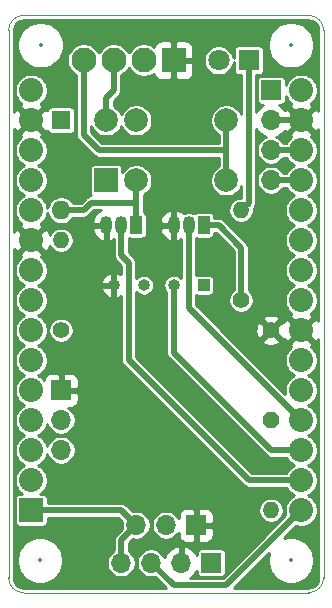
<source format=gbr>
%TF.GenerationSoftware,KiCad,Pcbnew,5.1.5+dfsg1-2~bpo10+1*%
%TF.CreationDate,2020-10-04T09:46:05+00:00*%
%TF.ProjectId,PIS,5049532e-6b69-4636-9164-5f7063625858,rev?*%
%TF.SameCoordinates,Original*%
%TF.FileFunction,Copper,L2,Bot*%
%TF.FilePolarity,Positive*%
%FSLAX45Y45*%
G04 Gerber Fmt 4.5, Leading zero omitted, Abs format (unit mm)*
G04 Created by KiCad (PCBNEW 5.1.5+dfsg1-2~bpo10+1) date 2020-10-04 09:46:05*
%MOMM*%
%LPD*%
G04 APERTURE LIST*
%ADD10C,0.120000*%
%ADD11C,2.100000*%
%ADD12R,2.100000X2.100000*%
%ADD13C,1.400000*%
%ADD14C,0.150000*%
%ADD15O,1.700000X1.700000*%
%ADD16R,1.700000X1.700000*%
%ADD17O,1.000000X1.000000*%
%ADD18R,1.000000X1.000000*%
%ADD19O,1.400000X1.400000*%
%ADD20C,1.800000*%
%ADD21R,1.800000X1.800000*%
%ADD22R,1.050000X1.500000*%
%ADD23O,1.050000X1.500000*%
%ADD24O,1.600000X1.600000*%
%ADD25R,1.600000X1.600000*%
%ADD26C,2.000000*%
%ADD27R,2.000000X2.000000*%
%ADD28C,2.032000*%
%ADD29R,2.032000X2.032000*%
%ADD30C,0.500000*%
%ADD31C,0.250000*%
%ADD32C,0.350000*%
G04 APERTURE END LIST*
D10*
X-190500Y507511D02*
G75*
G02X-63500Y634511I127000J0D01*
G01*
X2476500Y-4127500D02*
G75*
G02X2349500Y-4254500I-127000J0D01*
G01*
X2349500Y634511D02*
G75*
G02X2476500Y507511I0J-127000D01*
G01*
X-63500Y-4254989D02*
G75*
G02X-190500Y-4127989I0J127000D01*
G01*
X2476500Y-4127500D02*
X2476500Y508000D01*
X-63500Y-4254500D02*
X2349500Y-4254500D01*
X-190500Y508000D02*
X-190500Y-4127500D01*
X2349500Y634511D02*
X-63500Y634511D01*
D11*
X444500Y254000D03*
X698500Y254000D03*
X952500Y254000D03*
D12*
X1206500Y254000D03*
D13*
X444500Y254000D03*
X952500Y254000D03*
%TA.AperFunction,ComponentPad*%
D14*
G36*
X1254023Y323880D02*
G01*
X1256442Y323521D01*
X1258814Y322927D01*
X1261117Y322103D01*
X1263327Y321058D01*
X1265425Y319800D01*
X1267389Y318343D01*
X1269201Y316701D01*
X1270843Y314889D01*
X1272300Y312925D01*
X1273558Y310827D01*
X1274603Y308617D01*
X1275427Y306314D01*
X1276021Y303942D01*
X1276380Y301523D01*
X1276500Y299080D01*
X1276500Y208920D01*
X1276380Y206477D01*
X1276021Y204058D01*
X1275427Y201686D01*
X1274603Y199383D01*
X1273558Y197173D01*
X1272300Y195075D01*
X1270843Y193111D01*
X1269201Y191299D01*
X1267389Y189657D01*
X1265425Y188200D01*
X1263327Y186942D01*
X1261117Y185897D01*
X1258814Y185073D01*
X1256442Y184479D01*
X1254023Y184120D01*
X1251580Y184000D01*
X1161420Y184000D01*
X1158977Y184120D01*
X1156558Y184479D01*
X1154186Y185073D01*
X1151884Y185897D01*
X1149673Y186942D01*
X1147575Y188200D01*
X1145611Y189657D01*
X1143799Y191299D01*
X1142157Y193111D01*
X1140700Y195075D01*
X1139443Y197173D01*
X1138397Y199383D01*
X1137573Y201686D01*
X1136979Y204058D01*
X1136620Y206477D01*
X1136500Y208920D01*
X1136500Y299080D01*
X1136620Y301523D01*
X1136979Y303942D01*
X1137573Y306314D01*
X1138397Y308617D01*
X1139443Y310827D01*
X1140700Y312925D01*
X1142157Y314889D01*
X1143799Y316701D01*
X1145611Y318343D01*
X1147575Y319800D01*
X1149673Y321058D01*
X1151884Y322103D01*
X1154186Y322927D01*
X1156558Y323521D01*
X1158977Y323880D01*
X1161420Y324000D01*
X1251580Y324000D01*
X1254023Y323880D01*
G37*
%TD.AperFunction*%
D15*
X762000Y-4000500D03*
X1016000Y-4000500D03*
X1270000Y-4000500D03*
D16*
X1524000Y-4000500D03*
D17*
X698500Y-1651000D03*
X952500Y-1651000D03*
X1206500Y-1651000D03*
D18*
X1460500Y-1651000D03*
D19*
X1778000Y-1016000D03*
D13*
X1778000Y-1778000D03*
D20*
X1587500Y254000D03*
D21*
X1841500Y254000D03*
D22*
X1460500Y-1143000D03*
D23*
X1206500Y-1143000D03*
X1333500Y-1143000D03*
D24*
X254000Y-1016000D03*
D25*
X254000Y-254000D03*
D26*
X635000Y-254000D03*
X889000Y-254000D03*
D27*
X635000Y-762000D03*
D26*
X889000Y-762000D03*
X1651000Y-254000D03*
X1651000Y-762000D03*
D19*
X2032000Y-2794000D03*
D13*
X2032000Y-2032000D03*
D19*
X2032000Y-3556000D03*
D13*
X2032000Y-2794000D03*
D22*
X889000Y-1143000D03*
D23*
X635000Y-1143000D03*
X762000Y-1143000D03*
D15*
X254000Y-3048000D03*
X254000Y-2794000D03*
D16*
X254000Y-2540000D03*
D28*
X2286000Y-3302000D03*
X2286000Y-2794000D03*
X2286000Y-3048000D03*
X2286000Y-1016000D03*
X2286000Y-1270000D03*
X2286000Y-1778000D03*
X2286000Y-1524000D03*
X2286000Y0D03*
X2286000Y-2032000D03*
X2286000Y-2540000D03*
X2286000Y-2286000D03*
X2286000Y-762000D03*
X2286000Y-254000D03*
X2286000Y-508000D03*
X2286000Y-3556000D03*
X0Y0D03*
X0Y-254000D03*
X0Y-508000D03*
X0Y-762000D03*
X0Y-1016000D03*
X0Y-1270000D03*
X0Y-1524000D03*
X0Y-1778000D03*
X0Y-2032000D03*
X0Y-2286000D03*
X0Y-2540000D03*
X0Y-2794000D03*
X0Y-3048000D03*
X0Y-3302000D03*
D29*
X0Y-3556000D03*
D15*
X889000Y-3683000D03*
X1143000Y-3683000D03*
D16*
X1397000Y-3683000D03*
D19*
X254000Y-1270000D03*
D13*
X254000Y-2032000D03*
D15*
X2032000Y-762000D03*
X2032000Y-508000D03*
X2032000Y-254000D03*
D16*
X2032000Y0D03*
D30*
X2032000Y-254000D02*
X2286000Y-254000D01*
X762000Y-4000500D02*
X762000Y-3810000D01*
X762000Y-3810000D02*
X889000Y-3683000D01*
X889000Y-3683000D02*
X762000Y-3556000D01*
X762000Y-3556000D02*
X0Y-3556000D01*
X2032000Y-762000D02*
X2286000Y-762000D01*
X2286000Y-508000D02*
X2032000Y-508000D01*
X2032000Y-3048000D02*
X1206500Y-2222500D01*
X2286000Y-3048000D02*
X2032000Y-3048000D01*
X1206500Y-1651000D02*
X1206500Y-2222500D01*
X635000Y-254000D02*
X635000Y-63500D01*
X635000Y-63500D02*
X698500Y0D01*
X698500Y0D02*
X698500Y254000D01*
X762000Y-1397000D02*
X762000Y-1143000D01*
X825500Y-2286000D02*
X825500Y-1460500D01*
X825500Y-1460500D02*
X762000Y-1397000D01*
X1841500Y-3302000D02*
X825500Y-2286000D01*
X2286000Y-3302000D02*
X1841500Y-3302000D01*
X889000Y-1143000D02*
X889000Y-952500D01*
X889000Y-952500D02*
X889000Y-762000D01*
X889000Y-952500D02*
X508000Y-952500D01*
X508000Y-952500D02*
X444500Y-1016000D01*
X444500Y-1016000D02*
X254000Y-1016000D01*
X1841500Y254000D02*
X1841500Y-952500D01*
X1841500Y-952500D02*
X1778000Y-1016000D01*
X1333500Y-1778000D02*
X1333500Y-1143000D01*
X2286000Y-2794000D02*
X1333500Y-1841500D01*
X1333500Y-1841500D02*
X1333500Y-1778000D01*
X1587500Y-1143000D02*
X1460500Y-1143000D01*
X1587500Y-1143000D02*
X1778000Y-1333500D01*
X1778000Y-1778000D02*
X1778000Y-1333500D01*
X1651000Y-4191000D02*
X2000250Y-3841750D01*
X1016000Y-4000500D02*
X1206500Y-4191000D01*
X2000250Y-3841750D02*
X2286000Y-3556000D01*
X1206500Y-4191000D02*
X1651000Y-4191000D01*
X1651000Y-508000D02*
X571500Y-508000D01*
X1651000Y-762000D02*
X1651000Y-508000D01*
X1651000Y-508000D02*
X1651000Y-254000D01*
X571500Y-508000D02*
X444500Y-381000D01*
X444500Y-381000D02*
X444500Y254000D01*
D31*
G36*
X2365678Y589216D02*
G01*
X2381240Y584518D01*
X2395593Y576886D01*
X2408190Y566612D01*
X2418552Y554087D01*
X2426283Y539788D01*
X2431090Y524259D01*
X2433000Y506088D01*
X2433000Y-179882D01*
X2426366Y-167469D01*
X2400017Y-157660D01*
X2303678Y-254000D01*
X2400017Y-350340D01*
X2426366Y-340531D01*
X2433000Y-326944D01*
X2433000Y-1957882D01*
X2426366Y-1945469D01*
X2400017Y-1935660D01*
X2303678Y-2032000D01*
X2400017Y-2128340D01*
X2426366Y-2118531D01*
X2433000Y-2104944D01*
X2433000Y-4125372D01*
X2431205Y-4143678D01*
X2426507Y-4159240D01*
X2418875Y-4173593D01*
X2408601Y-4186190D01*
X2396076Y-4196552D01*
X2381777Y-4204283D01*
X2366248Y-4209090D01*
X2348078Y-4211000D01*
X1719388Y-4211000D01*
X2012277Y-3918111D01*
X2010090Y-3923391D01*
X2002500Y-3961548D01*
X2002500Y-4000452D01*
X2010090Y-4038609D01*
X2024978Y-4074551D01*
X2046592Y-4106899D01*
X2074101Y-4134408D01*
X2106449Y-4156022D01*
X2142391Y-4170910D01*
X2180548Y-4178500D01*
X2219452Y-4178500D01*
X2257609Y-4170910D01*
X2293551Y-4156022D01*
X2325899Y-4134408D01*
X2353408Y-4106899D01*
X2375022Y-4074551D01*
X2389910Y-4038609D01*
X2397500Y-4000452D01*
X2397500Y-3961548D01*
X2389910Y-3923391D01*
X2375022Y-3887449D01*
X2353408Y-3855101D01*
X2325899Y-3827592D01*
X2293551Y-3805978D01*
X2257609Y-3791090D01*
X2219452Y-3783500D01*
X2180548Y-3783500D01*
X2142391Y-3791090D01*
X2137111Y-3793277D01*
X2242038Y-3688351D01*
X2245426Y-3689754D01*
X2272300Y-3695100D01*
X2299700Y-3695100D01*
X2326574Y-3689754D01*
X2351889Y-3679269D01*
X2374671Y-3664046D01*
X2394046Y-3644671D01*
X2409269Y-3621888D01*
X2419754Y-3596574D01*
X2425100Y-3569700D01*
X2425100Y-3542300D01*
X2419754Y-3515426D01*
X2409269Y-3490111D01*
X2394046Y-3467329D01*
X2374671Y-3447954D01*
X2351889Y-3432731D01*
X2342881Y-3429000D01*
X2351889Y-3425269D01*
X2374671Y-3410046D01*
X2394046Y-3390671D01*
X2409269Y-3367888D01*
X2419754Y-3342574D01*
X2425100Y-3315700D01*
X2425100Y-3288300D01*
X2419754Y-3261426D01*
X2409269Y-3236111D01*
X2394046Y-3213329D01*
X2374671Y-3193954D01*
X2351889Y-3178731D01*
X2342881Y-3175000D01*
X2351889Y-3171269D01*
X2374671Y-3156046D01*
X2394046Y-3136671D01*
X2409269Y-3113888D01*
X2419754Y-3088574D01*
X2425100Y-3061700D01*
X2425100Y-3034300D01*
X2419754Y-3007426D01*
X2409269Y-2982111D01*
X2394046Y-2959329D01*
X2374671Y-2939954D01*
X2351889Y-2924731D01*
X2342881Y-2921000D01*
X2351889Y-2917269D01*
X2374671Y-2902046D01*
X2394046Y-2882671D01*
X2409269Y-2859888D01*
X2419754Y-2834574D01*
X2425100Y-2807700D01*
X2425100Y-2780300D01*
X2419754Y-2753426D01*
X2409269Y-2728112D01*
X2394046Y-2705329D01*
X2374671Y-2685954D01*
X2351889Y-2670731D01*
X2342881Y-2667000D01*
X2351889Y-2663269D01*
X2374671Y-2648046D01*
X2394046Y-2628671D01*
X2409269Y-2605889D01*
X2419754Y-2580574D01*
X2425100Y-2553700D01*
X2425100Y-2526300D01*
X2419754Y-2499426D01*
X2409269Y-2474112D01*
X2394046Y-2451329D01*
X2374671Y-2431954D01*
X2351889Y-2416731D01*
X2342881Y-2413000D01*
X2351889Y-2409269D01*
X2374671Y-2394046D01*
X2394046Y-2374671D01*
X2409269Y-2351889D01*
X2419754Y-2326574D01*
X2425100Y-2299700D01*
X2425100Y-2272300D01*
X2419754Y-2245426D01*
X2409269Y-2220112D01*
X2394046Y-2197329D01*
X2374671Y-2177954D01*
X2369073Y-2174214D01*
X2372531Y-2172366D01*
X2382340Y-2146017D01*
X2286000Y-2049678D01*
X2189660Y-2146017D01*
X2199469Y-2172366D01*
X2203065Y-2174121D01*
X2197329Y-2177954D01*
X2177954Y-2197329D01*
X2162731Y-2220112D01*
X2152246Y-2245426D01*
X2146900Y-2272300D01*
X2146900Y-2299700D01*
X2152246Y-2326574D01*
X2162731Y-2351889D01*
X2177954Y-2374671D01*
X2197329Y-2394046D01*
X2220112Y-2409269D01*
X2229119Y-2413000D01*
X2220112Y-2416731D01*
X2197329Y-2431954D01*
X2177954Y-2451329D01*
X2162731Y-2474112D01*
X2152246Y-2499426D01*
X2146900Y-2526300D01*
X2146900Y-2553700D01*
X2150081Y-2569693D01*
X1703852Y-2123464D01*
X1958214Y-2123464D01*
X1964200Y-2146585D01*
X1987857Y-2157610D01*
X2013211Y-2163809D01*
X2039286Y-2164942D01*
X2065082Y-2160966D01*
X2089606Y-2152034D01*
X2099800Y-2146585D01*
X2105786Y-2123464D01*
X2032000Y-2049678D01*
X1958214Y-2123464D01*
X1703852Y-2123464D01*
X1619675Y-2039286D01*
X1899058Y-2039286D01*
X1903034Y-2065082D01*
X1911966Y-2089606D01*
X1917415Y-2099800D01*
X1940536Y-2105786D01*
X2014322Y-2032000D01*
X2049678Y-2032000D01*
X2123464Y-2105786D01*
X2136955Y-2102293D01*
X2145635Y-2118531D01*
X2171983Y-2128340D01*
X2268322Y-2032000D01*
X2171983Y-1935660D01*
X2145635Y-1945469D01*
X2137621Y-1961879D01*
X2123464Y-1958214D01*
X2049678Y-2032000D01*
X2014322Y-2032000D01*
X1940536Y-1958214D01*
X1917415Y-1964200D01*
X1906390Y-1987857D01*
X1900191Y-2013211D01*
X1899058Y-2039286D01*
X1619675Y-2039286D01*
X1520924Y-1940536D01*
X1958214Y-1940536D01*
X2032000Y-2014322D01*
X2105786Y-1940536D01*
X2099800Y-1917415D01*
X2076143Y-1906390D01*
X2050789Y-1900191D01*
X2024714Y-1899058D01*
X1998918Y-1903034D01*
X1974394Y-1911966D01*
X1964200Y-1917415D01*
X1958214Y-1940536D01*
X1520924Y-1940536D01*
X1396000Y-1815612D01*
X1396000Y-1735770D01*
X1396080Y-1735813D01*
X1403149Y-1737957D01*
X1410500Y-1738681D01*
X1510500Y-1738681D01*
X1517851Y-1737957D01*
X1524920Y-1735813D01*
X1531435Y-1732331D01*
X1537145Y-1727645D01*
X1541831Y-1721935D01*
X1545313Y-1715420D01*
X1547457Y-1708351D01*
X1548181Y-1701000D01*
X1548181Y-1601000D01*
X1547457Y-1593649D01*
X1545313Y-1586580D01*
X1541831Y-1580065D01*
X1537145Y-1574355D01*
X1531435Y-1569669D01*
X1524920Y-1566187D01*
X1517851Y-1564043D01*
X1510500Y-1563319D01*
X1410500Y-1563319D01*
X1403149Y-1564043D01*
X1396080Y-1566187D01*
X1396000Y-1566230D01*
X1396000Y-1253547D01*
X1400649Y-1254957D01*
X1408000Y-1255681D01*
X1513000Y-1255681D01*
X1520351Y-1254957D01*
X1527420Y-1252813D01*
X1533935Y-1249331D01*
X1539645Y-1244645D01*
X1544331Y-1238935D01*
X1547813Y-1232420D01*
X1549957Y-1225351D01*
X1550681Y-1218000D01*
X1550681Y-1205500D01*
X1561612Y-1205500D01*
X1715500Y-1359388D01*
X1715500Y-1690472D01*
X1709473Y-1694499D01*
X1694499Y-1709473D01*
X1682735Y-1727080D01*
X1674631Y-1746643D01*
X1670500Y-1767412D01*
X1670500Y-1788588D01*
X1674631Y-1809357D01*
X1682735Y-1828920D01*
X1694499Y-1846527D01*
X1709473Y-1861501D01*
X1727080Y-1873265D01*
X1746643Y-1881369D01*
X1767412Y-1885500D01*
X1788588Y-1885500D01*
X1809357Y-1881369D01*
X1828920Y-1873265D01*
X1846527Y-1861501D01*
X1861501Y-1846527D01*
X1873265Y-1828920D01*
X1881369Y-1809357D01*
X1885500Y-1788588D01*
X1885500Y-1767412D01*
X1881369Y-1746643D01*
X1873265Y-1727080D01*
X1861501Y-1709473D01*
X1846527Y-1694499D01*
X1840500Y-1690472D01*
X1840500Y-1336570D01*
X1840802Y-1333500D01*
X1840500Y-1330430D01*
X1839596Y-1321248D01*
X1836022Y-1309467D01*
X1830218Y-1298609D01*
X1822408Y-1289092D01*
X1820023Y-1287135D01*
X1633866Y-1100978D01*
X1631908Y-1098592D01*
X1622391Y-1090782D01*
X1611533Y-1084978D01*
X1599752Y-1081404D01*
X1590570Y-1080500D01*
X1590569Y-1080500D01*
X1587500Y-1080198D01*
X1584431Y-1080500D01*
X1550681Y-1080500D01*
X1550681Y-1068000D01*
X1549957Y-1060649D01*
X1547813Y-1053580D01*
X1544331Y-1047065D01*
X1539645Y-1041355D01*
X1533935Y-1036669D01*
X1527420Y-1033187D01*
X1520351Y-1031043D01*
X1513000Y-1030319D01*
X1408000Y-1030319D01*
X1400649Y-1031043D01*
X1393580Y-1033187D01*
X1387065Y-1036669D01*
X1381355Y-1041355D01*
X1379830Y-1043214D01*
X1368108Y-1036949D01*
X1351143Y-1031802D01*
X1333500Y-1030065D01*
X1315857Y-1031802D01*
X1298892Y-1036949D01*
X1290553Y-1041406D01*
X1282504Y-1032903D01*
X1263954Y-1019758D01*
X1243196Y-1010485D01*
X1236730Y-1009544D01*
X1219000Y-1021914D01*
X1219000Y-1130500D01*
X1221000Y-1130500D01*
X1221000Y-1155500D01*
X1219000Y-1155500D01*
X1219000Y-1264086D01*
X1236730Y-1276456D01*
X1243196Y-1275515D01*
X1263954Y-1266242D01*
X1271000Y-1261249D01*
X1271000Y-1591756D01*
X1262278Y-1583034D01*
X1247947Y-1573458D01*
X1232023Y-1566863D01*
X1215118Y-1563500D01*
X1197882Y-1563500D01*
X1180977Y-1566863D01*
X1165053Y-1573458D01*
X1150722Y-1583034D01*
X1138534Y-1595222D01*
X1128959Y-1609553D01*
X1122363Y-1625477D01*
X1119000Y-1642382D01*
X1119000Y-1659618D01*
X1122363Y-1676523D01*
X1128959Y-1692447D01*
X1138534Y-1706778D01*
X1144000Y-1712244D01*
X1144000Y-2219430D01*
X1143698Y-2222500D01*
X1144000Y-2225570D01*
X1144904Y-2234752D01*
X1148478Y-2246533D01*
X1154282Y-2257391D01*
X1162092Y-2266908D01*
X1164477Y-2268865D01*
X1985635Y-3090023D01*
X1987592Y-3092408D01*
X1997109Y-3100218D01*
X2007967Y-3106022D01*
X2019748Y-3109596D01*
X2028930Y-3110500D01*
X2028931Y-3110500D01*
X2032000Y-3110802D01*
X2035069Y-3110500D01*
X2161328Y-3110500D01*
X2162731Y-3113888D01*
X2177954Y-3136671D01*
X2197329Y-3156046D01*
X2220112Y-3171269D01*
X2229119Y-3175000D01*
X2220112Y-3178731D01*
X2197329Y-3193954D01*
X2177954Y-3213329D01*
X2162731Y-3236111D01*
X2161328Y-3239500D01*
X1867388Y-3239500D01*
X888000Y-2260112D01*
X888000Y-1710244D01*
X896722Y-1718966D01*
X911053Y-1728541D01*
X926977Y-1735137D01*
X943882Y-1738500D01*
X961118Y-1738500D01*
X978023Y-1735137D01*
X993947Y-1728541D01*
X1008278Y-1718966D01*
X1020466Y-1706778D01*
X1030041Y-1692447D01*
X1036637Y-1676523D01*
X1040000Y-1659618D01*
X1040000Y-1642382D01*
X1036637Y-1625477D01*
X1030041Y-1609553D01*
X1020466Y-1595222D01*
X1008278Y-1583034D01*
X993947Y-1573458D01*
X978023Y-1566863D01*
X961118Y-1563500D01*
X943882Y-1563500D01*
X926977Y-1566863D01*
X911053Y-1573458D01*
X896722Y-1583034D01*
X888000Y-1591756D01*
X888000Y-1463570D01*
X888302Y-1460500D01*
X888000Y-1457430D01*
X887096Y-1448248D01*
X883522Y-1436467D01*
X880300Y-1430440D01*
X877718Y-1425609D01*
X871865Y-1418477D01*
X871865Y-1418476D01*
X869908Y-1416092D01*
X867523Y-1414135D01*
X824500Y-1371112D01*
X824500Y-1253547D01*
X829149Y-1254957D01*
X836500Y-1255681D01*
X941500Y-1255681D01*
X948851Y-1254957D01*
X955920Y-1252813D01*
X962435Y-1249331D01*
X968145Y-1244645D01*
X972831Y-1238935D01*
X976313Y-1232420D01*
X978457Y-1225351D01*
X979181Y-1218000D01*
X979181Y-1173698D01*
X1090817Y-1173698D01*
X1094639Y-1196109D01*
X1102760Y-1217344D01*
X1114867Y-1236587D01*
X1130496Y-1253097D01*
X1149046Y-1266242D01*
X1169804Y-1275515D01*
X1176271Y-1276456D01*
X1194000Y-1264086D01*
X1194000Y-1155500D01*
X1106583Y-1155500D01*
X1090817Y-1173698D01*
X979181Y-1173698D01*
X979181Y-1112302D01*
X1090817Y-1112302D01*
X1106583Y-1130500D01*
X1194000Y-1130500D01*
X1194000Y-1021914D01*
X1176271Y-1009544D01*
X1169804Y-1010485D01*
X1149046Y-1019758D01*
X1130496Y-1032903D01*
X1114867Y-1049414D01*
X1102760Y-1068656D01*
X1094639Y-1089891D01*
X1090817Y-1112302D01*
X979181Y-1112302D01*
X979181Y-1068000D01*
X978457Y-1060649D01*
X976313Y-1053580D01*
X972831Y-1047065D01*
X968145Y-1041355D01*
X962435Y-1036669D01*
X955920Y-1033187D01*
X951500Y-1031846D01*
X951500Y-955570D01*
X951802Y-952500D01*
X951500Y-949430D01*
X951500Y-884941D01*
X954131Y-883851D01*
X976651Y-868803D01*
X995803Y-849651D01*
X1010851Y-827131D01*
X1021216Y-802107D01*
X1026500Y-775543D01*
X1026500Y-748457D01*
X1021216Y-721893D01*
X1010851Y-696869D01*
X995803Y-674349D01*
X976651Y-655197D01*
X954131Y-640149D01*
X929107Y-629784D01*
X902543Y-624500D01*
X875457Y-624500D01*
X848893Y-629784D01*
X823869Y-640149D01*
X801349Y-655197D01*
X782197Y-674349D01*
X772681Y-688590D01*
X772681Y-662000D01*
X771957Y-654649D01*
X769813Y-647580D01*
X766331Y-641065D01*
X761645Y-635355D01*
X755935Y-630669D01*
X749420Y-627187D01*
X742351Y-625043D01*
X735000Y-624319D01*
X535000Y-624319D01*
X527649Y-625043D01*
X520580Y-627187D01*
X514065Y-630669D01*
X508355Y-635355D01*
X503669Y-641065D01*
X500187Y-647580D01*
X498043Y-654649D01*
X497319Y-662000D01*
X497319Y-862000D01*
X498043Y-869351D01*
X500187Y-876420D01*
X503669Y-882935D01*
X508355Y-888645D01*
X509861Y-889881D01*
X508000Y-889698D01*
X504930Y-890000D01*
X504930Y-890000D01*
X495748Y-890904D01*
X483967Y-894478D01*
X479598Y-896813D01*
X473109Y-900282D01*
X465977Y-906135D01*
X465976Y-906135D01*
X463592Y-908092D01*
X461635Y-910477D01*
X418612Y-953500D01*
X353555Y-953500D01*
X345268Y-941098D01*
X328902Y-924732D01*
X309657Y-911873D01*
X288274Y-903015D01*
X265573Y-898500D01*
X242427Y-898500D01*
X219726Y-903015D01*
X198343Y-911873D01*
X179098Y-924732D01*
X162732Y-941098D01*
X149873Y-960343D01*
X141016Y-981726D01*
X138012Y-996828D01*
X133754Y-975426D01*
X123269Y-950111D01*
X108046Y-927329D01*
X88671Y-907954D01*
X65889Y-892731D01*
X56881Y-889000D01*
X65889Y-885269D01*
X88671Y-870046D01*
X108046Y-850671D01*
X123269Y-827888D01*
X133754Y-802574D01*
X139100Y-775700D01*
X139100Y-748300D01*
X133754Y-721426D01*
X123269Y-696112D01*
X108046Y-673329D01*
X88671Y-653954D01*
X65889Y-638731D01*
X56881Y-635000D01*
X65889Y-631269D01*
X88671Y-616046D01*
X108046Y-596671D01*
X123269Y-573889D01*
X133754Y-548574D01*
X139100Y-521700D01*
X139100Y-494300D01*
X133754Y-467426D01*
X123269Y-442111D01*
X108046Y-419329D01*
X88671Y-399954D01*
X83073Y-396214D01*
X86531Y-394365D01*
X96340Y-368017D01*
X0Y-271678D01*
X-96340Y-368017D01*
X-86531Y-394365D01*
X-82935Y-396121D01*
X-88671Y-399954D01*
X-108046Y-419329D01*
X-123269Y-442111D01*
X-133754Y-467426D01*
X-139100Y-494300D01*
X-139100Y-521700D01*
X-133754Y-548574D01*
X-123269Y-573889D01*
X-108046Y-596671D01*
X-88671Y-616046D01*
X-65889Y-631269D01*
X-56881Y-635000D01*
X-65889Y-638731D01*
X-88671Y-653954D01*
X-108046Y-673329D01*
X-123269Y-696112D01*
X-133754Y-721426D01*
X-139100Y-748300D01*
X-139100Y-775700D01*
X-133754Y-802574D01*
X-123269Y-827888D01*
X-108046Y-850671D01*
X-88671Y-870046D01*
X-65889Y-885269D01*
X-56881Y-889000D01*
X-65889Y-892731D01*
X-88671Y-907954D01*
X-108046Y-927329D01*
X-123269Y-950111D01*
X-133754Y-975426D01*
X-139100Y-1002300D01*
X-139100Y-1029700D01*
X-133754Y-1056574D01*
X-123269Y-1081889D01*
X-108046Y-1104671D01*
X-88671Y-1124046D01*
X-83073Y-1127786D01*
X-86531Y-1129635D01*
X-96340Y-1155983D01*
X0Y-1252322D01*
X96340Y-1155983D01*
X86531Y-1129635D01*
X82935Y-1127879D01*
X88671Y-1124046D01*
X108046Y-1104671D01*
X123269Y-1081889D01*
X133754Y-1056574D01*
X138012Y-1035172D01*
X141016Y-1050274D01*
X149873Y-1071657D01*
X162732Y-1090902D01*
X179098Y-1107268D01*
X198343Y-1120127D01*
X219726Y-1128985D01*
X242427Y-1133500D01*
X265573Y-1133500D01*
X288274Y-1128985D01*
X309657Y-1120127D01*
X328902Y-1107268D01*
X345268Y-1090902D01*
X353555Y-1078500D01*
X441431Y-1078500D01*
X444500Y-1078802D01*
X447569Y-1078500D01*
X447570Y-1078500D01*
X456752Y-1077596D01*
X468533Y-1074022D01*
X479391Y-1068218D01*
X488908Y-1060408D01*
X490866Y-1058022D01*
X533888Y-1015000D01*
X588197Y-1015000D01*
X577546Y-1019758D01*
X558996Y-1032903D01*
X543367Y-1049414D01*
X531260Y-1068656D01*
X523139Y-1089891D01*
X519316Y-1112302D01*
X535083Y-1130500D01*
X622500Y-1130500D01*
X622500Y-1128500D01*
X647500Y-1128500D01*
X647500Y-1130500D01*
X649500Y-1130500D01*
X649500Y-1155500D01*
X647500Y-1155500D01*
X647500Y-1264086D01*
X665230Y-1276456D01*
X671696Y-1275515D01*
X692454Y-1266242D01*
X699500Y-1261249D01*
X699500Y-1393931D01*
X699198Y-1397000D01*
X699500Y-1400069D01*
X699500Y-1400070D01*
X700404Y-1409252D01*
X703978Y-1421033D01*
X709782Y-1431891D01*
X717592Y-1441408D01*
X719978Y-1443366D01*
X763000Y-1486388D01*
X763000Y-1559487D01*
X754104Y-1553201D01*
X733956Y-1544233D01*
X728336Y-1542528D01*
X711000Y-1554935D01*
X711000Y-1638500D01*
X713000Y-1638500D01*
X713000Y-1663500D01*
X711000Y-1663500D01*
X711000Y-1747065D01*
X728336Y-1759471D01*
X733956Y-1757767D01*
X754104Y-1748799D01*
X763000Y-1742513D01*
X763000Y-2282931D01*
X762698Y-2286000D01*
X763000Y-2289069D01*
X763000Y-2289070D01*
X763904Y-2298252D01*
X767478Y-2310033D01*
X773282Y-2320891D01*
X781092Y-2330408D01*
X783478Y-2332366D01*
X1795135Y-3344023D01*
X1797092Y-3346408D01*
X1806609Y-3354218D01*
X1817467Y-3360022D01*
X1829248Y-3363596D01*
X1838430Y-3364500D01*
X1838430Y-3364500D01*
X1841500Y-3364802D01*
X1844570Y-3364500D01*
X2161328Y-3364500D01*
X2162731Y-3367888D01*
X2177954Y-3390671D01*
X2197329Y-3410046D01*
X2220112Y-3425269D01*
X2229119Y-3429000D01*
X2220112Y-3432731D01*
X2197329Y-3447954D01*
X2177954Y-3467329D01*
X2162731Y-3490111D01*
X2152246Y-3515426D01*
X2146900Y-3542300D01*
X2146900Y-3569700D01*
X2152246Y-3596574D01*
X2153649Y-3599962D01*
X1958227Y-3795385D01*
X1625112Y-4128500D01*
X1342604Y-4128500D01*
X1346274Y-4126748D01*
X1369438Y-4109442D01*
X1388781Y-4087950D01*
X1401319Y-4066865D01*
X1401319Y-4085500D01*
X1402043Y-4092851D01*
X1404187Y-4099920D01*
X1407669Y-4106435D01*
X1412355Y-4112145D01*
X1418065Y-4116831D01*
X1424580Y-4120313D01*
X1431649Y-4122457D01*
X1439000Y-4123181D01*
X1609000Y-4123181D01*
X1616351Y-4122457D01*
X1623420Y-4120313D01*
X1629935Y-4116831D01*
X1635645Y-4112145D01*
X1640331Y-4106435D01*
X1643813Y-4099920D01*
X1645957Y-4092851D01*
X1646681Y-4085500D01*
X1646681Y-3915500D01*
X1645957Y-3908149D01*
X1643813Y-3901080D01*
X1640331Y-3894565D01*
X1635645Y-3888855D01*
X1629935Y-3884169D01*
X1623420Y-3880687D01*
X1616351Y-3878543D01*
X1609000Y-3877819D01*
X1439000Y-3877819D01*
X1431649Y-3878543D01*
X1424580Y-3880687D01*
X1418065Y-3884169D01*
X1412355Y-3888855D01*
X1407669Y-3894565D01*
X1404187Y-3901080D01*
X1402043Y-3908149D01*
X1401319Y-3915500D01*
X1401319Y-3934135D01*
X1388781Y-3913050D01*
X1369438Y-3891558D01*
X1346274Y-3874251D01*
X1320179Y-3861797D01*
X1305337Y-3857295D01*
X1282500Y-3869219D01*
X1282500Y-3988000D01*
X1284500Y-3988000D01*
X1284500Y-4013000D01*
X1282500Y-4013000D01*
X1282500Y-4015000D01*
X1257500Y-4015000D01*
X1257500Y-4013000D01*
X1255500Y-4013000D01*
X1255500Y-3988000D01*
X1257500Y-3988000D01*
X1257500Y-3869219D01*
X1234663Y-3857295D01*
X1219821Y-3861797D01*
X1193726Y-3874251D01*
X1170562Y-3891558D01*
X1151219Y-3913050D01*
X1136441Y-3937904D01*
X1130094Y-3955839D01*
X1124558Y-3942474D01*
X1111152Y-3922411D01*
X1094089Y-3905348D01*
X1074026Y-3891942D01*
X1051732Y-3882708D01*
X1028065Y-3878000D01*
X1003935Y-3878000D01*
X980268Y-3882708D01*
X957974Y-3891942D01*
X937911Y-3905348D01*
X920848Y-3922411D01*
X907442Y-3942474D01*
X898208Y-3964768D01*
X893500Y-3988435D01*
X893500Y-4012565D01*
X898208Y-4036232D01*
X907442Y-4058525D01*
X920848Y-4078589D01*
X937911Y-4095652D01*
X957974Y-4109058D01*
X980268Y-4118292D01*
X1003935Y-4123000D01*
X1028065Y-4123000D01*
X1046454Y-4119342D01*
X1138112Y-4211000D01*
X-65636Y-4211000D01*
X-65997Y-4211036D01*
X-79678Y-4209694D01*
X-95240Y-4204996D01*
X-109593Y-4197364D01*
X-122190Y-4187090D01*
X-132552Y-4174565D01*
X-140283Y-4160266D01*
X-145090Y-4144737D01*
X-147000Y-4126566D01*
X-147000Y-3961548D01*
X-122500Y-3961548D01*
X-122500Y-4000452D01*
X-114910Y-4038609D01*
X-100022Y-4074551D01*
X-78408Y-4106899D01*
X-50899Y-4134408D01*
X-18551Y-4156022D01*
X17391Y-4170910D01*
X55548Y-4178500D01*
X94452Y-4178500D01*
X132609Y-4170910D01*
X168551Y-4156022D01*
X200899Y-4134408D01*
X228408Y-4106899D01*
X250022Y-4074551D01*
X264910Y-4038609D01*
X272500Y-4000452D01*
X272500Y-3961548D01*
X264910Y-3923391D01*
X250022Y-3887449D01*
X228408Y-3855101D01*
X200899Y-3827592D01*
X168551Y-3805978D01*
X132609Y-3791090D01*
X94452Y-3783500D01*
X55548Y-3783500D01*
X17391Y-3791090D01*
X-18551Y-3805978D01*
X-50899Y-3827592D01*
X-78408Y-3855101D01*
X-100022Y-3887449D01*
X-114910Y-3923391D01*
X-122500Y-3961548D01*
X-147000Y-3961548D01*
X-147000Y-3454400D01*
X-139281Y-3454400D01*
X-139281Y-3657600D01*
X-138557Y-3664951D01*
X-136413Y-3672020D01*
X-132931Y-3678535D01*
X-128245Y-3684245D01*
X-122535Y-3688931D01*
X-116020Y-3692413D01*
X-108951Y-3694557D01*
X-101600Y-3695281D01*
X101600Y-3695281D01*
X108951Y-3694557D01*
X116020Y-3692413D01*
X122535Y-3688931D01*
X128245Y-3684245D01*
X132931Y-3678535D01*
X136413Y-3672020D01*
X138557Y-3664951D01*
X139281Y-3657600D01*
X139281Y-3618500D01*
X736112Y-3618500D01*
X770158Y-3652546D01*
X766500Y-3670935D01*
X766500Y-3695065D01*
X770158Y-3713454D01*
X719977Y-3763635D01*
X717592Y-3765592D01*
X709782Y-3775109D01*
X703978Y-3785967D01*
X700404Y-3797748D01*
X699898Y-3802891D01*
X699198Y-3810000D01*
X699500Y-3813070D01*
X699500Y-3894932D01*
X683911Y-3905348D01*
X666848Y-3922411D01*
X653442Y-3942474D01*
X644208Y-3964768D01*
X639500Y-3988435D01*
X639500Y-4012565D01*
X644208Y-4036232D01*
X653442Y-4058525D01*
X666848Y-4078589D01*
X683911Y-4095652D01*
X703974Y-4109058D01*
X726268Y-4118292D01*
X749935Y-4123000D01*
X774065Y-4123000D01*
X797732Y-4118292D01*
X820025Y-4109058D01*
X840089Y-4095652D01*
X857152Y-4078589D01*
X870558Y-4058525D01*
X879792Y-4036232D01*
X884500Y-4012565D01*
X884500Y-3988435D01*
X879792Y-3964768D01*
X870558Y-3942474D01*
X857152Y-3922411D01*
X840089Y-3905348D01*
X824500Y-3894932D01*
X824500Y-3835888D01*
X858546Y-3801842D01*
X876935Y-3805500D01*
X901065Y-3805500D01*
X924732Y-3800792D01*
X947025Y-3791558D01*
X967089Y-3778152D01*
X984152Y-3761089D01*
X997558Y-3741025D01*
X1006792Y-3718732D01*
X1011500Y-3695065D01*
X1011500Y-3670935D01*
X1020500Y-3670935D01*
X1020500Y-3695065D01*
X1025208Y-3718732D01*
X1034442Y-3741025D01*
X1047848Y-3761089D01*
X1064911Y-3778152D01*
X1084975Y-3791558D01*
X1107268Y-3800792D01*
X1130935Y-3805500D01*
X1155065Y-3805500D01*
X1178732Y-3800792D01*
X1201026Y-3791558D01*
X1221089Y-3778152D01*
X1238152Y-3761089D01*
X1249323Y-3744370D01*
X1249198Y-3768000D01*
X1250404Y-3780252D01*
X1253978Y-3792033D01*
X1259782Y-3802891D01*
X1267592Y-3812408D01*
X1277109Y-3820218D01*
X1287967Y-3826022D01*
X1299748Y-3829596D01*
X1312000Y-3830802D01*
X1368875Y-3830500D01*
X1384500Y-3814875D01*
X1384500Y-3695500D01*
X1409500Y-3695500D01*
X1409500Y-3814875D01*
X1425125Y-3830500D01*
X1482000Y-3830802D01*
X1494252Y-3829596D01*
X1506033Y-3826022D01*
X1516891Y-3820218D01*
X1526408Y-3812408D01*
X1534218Y-3802891D01*
X1540022Y-3792033D01*
X1543596Y-3780252D01*
X1544802Y-3768000D01*
X1544500Y-3711125D01*
X1528875Y-3695500D01*
X1409500Y-3695500D01*
X1384500Y-3695500D01*
X1382500Y-3695500D01*
X1382500Y-3670500D01*
X1384500Y-3670500D01*
X1384500Y-3551125D01*
X1409500Y-3551125D01*
X1409500Y-3670500D01*
X1528875Y-3670500D01*
X1544500Y-3654875D01*
X1544802Y-3598000D01*
X1543596Y-3585748D01*
X1540022Y-3573967D01*
X1534218Y-3563109D01*
X1526408Y-3553592D01*
X1516891Y-3545782D01*
X1516200Y-3545412D01*
X1924500Y-3545412D01*
X1924500Y-3566588D01*
X1928631Y-3587357D01*
X1936735Y-3606920D01*
X1948499Y-3624527D01*
X1963473Y-3639501D01*
X1981080Y-3651265D01*
X2000643Y-3659369D01*
X2021412Y-3663500D01*
X2042588Y-3663500D01*
X2063357Y-3659369D01*
X2082920Y-3651265D01*
X2100527Y-3639501D01*
X2115501Y-3624527D01*
X2127265Y-3606920D01*
X2135369Y-3587357D01*
X2139500Y-3566588D01*
X2139500Y-3545412D01*
X2135369Y-3524643D01*
X2127265Y-3505080D01*
X2115501Y-3487473D01*
X2100527Y-3472499D01*
X2082920Y-3460735D01*
X2063357Y-3452631D01*
X2042588Y-3448500D01*
X2021412Y-3448500D01*
X2000643Y-3452631D01*
X1981080Y-3460735D01*
X1963473Y-3472499D01*
X1948499Y-3487473D01*
X1936735Y-3505080D01*
X1928631Y-3524643D01*
X1924500Y-3545412D01*
X1516200Y-3545412D01*
X1506033Y-3539978D01*
X1494252Y-3536404D01*
X1482000Y-3535198D01*
X1425125Y-3535500D01*
X1409500Y-3551125D01*
X1384500Y-3551125D01*
X1368875Y-3535500D01*
X1312000Y-3535198D01*
X1299748Y-3536404D01*
X1287967Y-3539978D01*
X1277109Y-3545782D01*
X1267592Y-3553592D01*
X1259782Y-3563109D01*
X1253978Y-3573967D01*
X1250404Y-3585748D01*
X1249198Y-3598000D01*
X1249323Y-3621630D01*
X1238152Y-3604911D01*
X1221089Y-3587848D01*
X1201026Y-3574442D01*
X1178732Y-3565208D01*
X1155065Y-3560500D01*
X1130935Y-3560500D01*
X1107268Y-3565208D01*
X1084975Y-3574442D01*
X1064911Y-3587848D01*
X1047848Y-3604911D01*
X1034442Y-3624974D01*
X1025208Y-3647268D01*
X1020500Y-3670935D01*
X1011500Y-3670935D01*
X1006792Y-3647268D01*
X997558Y-3624974D01*
X984152Y-3604911D01*
X967089Y-3587848D01*
X947025Y-3574442D01*
X924732Y-3565208D01*
X901065Y-3560500D01*
X876935Y-3560500D01*
X858546Y-3564158D01*
X808366Y-3513978D01*
X806408Y-3511592D01*
X796891Y-3503782D01*
X786033Y-3497978D01*
X774252Y-3494404D01*
X765070Y-3493500D01*
X765069Y-3493500D01*
X762000Y-3493198D01*
X758931Y-3493500D01*
X139281Y-3493500D01*
X139281Y-3454400D01*
X138557Y-3447049D01*
X136413Y-3439980D01*
X132931Y-3433465D01*
X128245Y-3427755D01*
X122535Y-3423069D01*
X116020Y-3419587D01*
X108951Y-3417443D01*
X101600Y-3416719D01*
X78685Y-3416719D01*
X88671Y-3410046D01*
X108046Y-3390671D01*
X123269Y-3367888D01*
X133754Y-3342574D01*
X139100Y-3315700D01*
X139100Y-3288300D01*
X133754Y-3261426D01*
X123269Y-3236111D01*
X108046Y-3213329D01*
X88671Y-3193954D01*
X65889Y-3178731D01*
X56881Y-3175000D01*
X65889Y-3171269D01*
X88671Y-3156046D01*
X108046Y-3136671D01*
X123269Y-3113888D01*
X133754Y-3088574D01*
X135463Y-3079986D01*
X136208Y-3083732D01*
X145442Y-3106025D01*
X158848Y-3126089D01*
X175911Y-3143152D01*
X195974Y-3156558D01*
X218268Y-3165792D01*
X241935Y-3170500D01*
X266065Y-3170500D01*
X289732Y-3165792D01*
X312026Y-3156558D01*
X332089Y-3143152D01*
X349152Y-3126089D01*
X362558Y-3106025D01*
X371792Y-3083732D01*
X376500Y-3060065D01*
X376500Y-3035935D01*
X371792Y-3012268D01*
X362558Y-2989974D01*
X349152Y-2969911D01*
X332089Y-2952848D01*
X312026Y-2939442D01*
X289732Y-2930208D01*
X266065Y-2925500D01*
X241935Y-2925500D01*
X218268Y-2930208D01*
X195974Y-2939442D01*
X175911Y-2952848D01*
X158848Y-2969911D01*
X145442Y-2989974D01*
X136208Y-3012268D01*
X135463Y-3016013D01*
X133754Y-3007426D01*
X123269Y-2982111D01*
X108046Y-2959329D01*
X88671Y-2939954D01*
X65889Y-2924731D01*
X56881Y-2921000D01*
X65889Y-2917269D01*
X88671Y-2902046D01*
X108046Y-2882671D01*
X123269Y-2859888D01*
X133754Y-2834574D01*
X135463Y-2825986D01*
X136208Y-2829732D01*
X145442Y-2852025D01*
X158848Y-2872089D01*
X175911Y-2889152D01*
X195974Y-2902558D01*
X218268Y-2911792D01*
X241935Y-2916500D01*
X266065Y-2916500D01*
X289732Y-2911792D01*
X312026Y-2902558D01*
X332089Y-2889152D01*
X349152Y-2872089D01*
X362558Y-2852025D01*
X371792Y-2829732D01*
X376500Y-2806065D01*
X376500Y-2781935D01*
X371792Y-2758268D01*
X362558Y-2735975D01*
X349152Y-2715911D01*
X332089Y-2698848D01*
X315370Y-2687677D01*
X339000Y-2687802D01*
X351252Y-2686596D01*
X363033Y-2683022D01*
X373891Y-2677218D01*
X383408Y-2669408D01*
X391218Y-2659891D01*
X397022Y-2649033D01*
X400596Y-2637252D01*
X401802Y-2625000D01*
X401500Y-2568125D01*
X385875Y-2552500D01*
X266500Y-2552500D01*
X266500Y-2554500D01*
X241500Y-2554500D01*
X241500Y-2552500D01*
X239500Y-2552500D01*
X239500Y-2527500D01*
X241500Y-2527500D01*
X241500Y-2408125D01*
X266500Y-2408125D01*
X266500Y-2527500D01*
X385875Y-2527500D01*
X401500Y-2511875D01*
X401802Y-2455000D01*
X400596Y-2442748D01*
X397022Y-2430967D01*
X391218Y-2420109D01*
X383408Y-2410592D01*
X373891Y-2402782D01*
X363033Y-2396978D01*
X351252Y-2393404D01*
X339000Y-2392198D01*
X282125Y-2392500D01*
X266500Y-2408125D01*
X241500Y-2408125D01*
X225875Y-2392500D01*
X169000Y-2392198D01*
X156748Y-2393404D01*
X144967Y-2396978D01*
X134109Y-2402782D01*
X124592Y-2410592D01*
X116782Y-2420109D01*
X110978Y-2430967D01*
X107404Y-2442748D01*
X106692Y-2449975D01*
X88671Y-2431954D01*
X65889Y-2416731D01*
X56881Y-2413000D01*
X65889Y-2409269D01*
X88671Y-2394046D01*
X108046Y-2374671D01*
X123269Y-2351889D01*
X133754Y-2326574D01*
X139100Y-2299700D01*
X139100Y-2272300D01*
X133754Y-2245426D01*
X123269Y-2220112D01*
X108046Y-2197329D01*
X88671Y-2177954D01*
X65889Y-2162731D01*
X56881Y-2159000D01*
X65889Y-2155269D01*
X88671Y-2140046D01*
X108046Y-2120671D01*
X123269Y-2097889D01*
X133754Y-2072574D01*
X139100Y-2045700D01*
X139100Y-2021412D01*
X146500Y-2021412D01*
X146500Y-2042588D01*
X150631Y-2063357D01*
X158735Y-2082920D01*
X170499Y-2100527D01*
X185473Y-2115501D01*
X203080Y-2127265D01*
X222643Y-2135369D01*
X243412Y-2139500D01*
X264588Y-2139500D01*
X285357Y-2135369D01*
X304920Y-2127265D01*
X322527Y-2115501D01*
X337501Y-2100527D01*
X349265Y-2082920D01*
X357369Y-2063357D01*
X361500Y-2042588D01*
X361500Y-2021412D01*
X357369Y-2000643D01*
X349265Y-1981080D01*
X337501Y-1963473D01*
X322527Y-1948499D01*
X304920Y-1936735D01*
X285357Y-1928631D01*
X264588Y-1924500D01*
X243412Y-1924500D01*
X222643Y-1928631D01*
X203080Y-1936735D01*
X185473Y-1948499D01*
X170499Y-1963473D01*
X158735Y-1981080D01*
X150631Y-2000643D01*
X146500Y-2021412D01*
X139100Y-2021412D01*
X139100Y-2018300D01*
X133754Y-1991426D01*
X123269Y-1966111D01*
X108046Y-1943329D01*
X88671Y-1923954D01*
X65889Y-1908731D01*
X56881Y-1905000D01*
X65889Y-1901269D01*
X88671Y-1886046D01*
X108046Y-1866671D01*
X123269Y-1843888D01*
X133754Y-1818574D01*
X139100Y-1791700D01*
X139100Y-1764300D01*
X133754Y-1737426D01*
X123269Y-1712111D01*
X108046Y-1689329D01*
X99553Y-1680836D01*
X590028Y-1680836D01*
X597933Y-1701425D01*
X609703Y-1720075D01*
X624885Y-1736072D01*
X642896Y-1748799D01*
X663044Y-1757767D01*
X668664Y-1759471D01*
X686000Y-1747065D01*
X686000Y-1663500D01*
X602321Y-1663500D01*
X590028Y-1680836D01*
X99553Y-1680836D01*
X88671Y-1669954D01*
X65889Y-1654731D01*
X56881Y-1651000D01*
X65889Y-1647269D01*
X88671Y-1632046D01*
X99553Y-1621164D01*
X590028Y-1621164D01*
X602321Y-1638500D01*
X686000Y-1638500D01*
X686000Y-1554935D01*
X668664Y-1542528D01*
X663044Y-1544233D01*
X642896Y-1553201D01*
X624885Y-1565928D01*
X609703Y-1581924D01*
X597933Y-1600575D01*
X590028Y-1621164D01*
X99553Y-1621164D01*
X108046Y-1612671D01*
X123269Y-1589888D01*
X133754Y-1564574D01*
X139100Y-1537700D01*
X139100Y-1510300D01*
X133754Y-1483426D01*
X123269Y-1458111D01*
X108046Y-1435329D01*
X88671Y-1415954D01*
X83073Y-1412214D01*
X86531Y-1410365D01*
X96340Y-1384017D01*
X0Y-1287678D01*
X-96340Y-1384017D01*
X-86531Y-1410365D01*
X-82935Y-1412121D01*
X-88671Y-1415954D01*
X-108046Y-1435329D01*
X-123269Y-1458111D01*
X-133754Y-1483426D01*
X-139100Y-1510300D01*
X-139100Y-1537700D01*
X-133754Y-1564574D01*
X-123269Y-1589888D01*
X-108046Y-1612671D01*
X-88671Y-1632046D01*
X-65889Y-1647269D01*
X-56881Y-1651000D01*
X-65889Y-1654731D01*
X-88671Y-1669954D01*
X-108046Y-1689329D01*
X-123269Y-1712111D01*
X-133754Y-1737426D01*
X-139100Y-1764300D01*
X-139100Y-1791700D01*
X-133754Y-1818574D01*
X-123269Y-1843888D01*
X-108046Y-1866671D01*
X-88671Y-1886046D01*
X-65889Y-1901269D01*
X-56881Y-1905000D01*
X-65889Y-1908731D01*
X-88671Y-1923954D01*
X-108046Y-1943329D01*
X-123269Y-1966111D01*
X-133754Y-1991426D01*
X-139100Y-2018300D01*
X-139100Y-2045700D01*
X-133754Y-2072574D01*
X-123269Y-2097889D01*
X-108046Y-2120671D01*
X-88671Y-2140046D01*
X-65889Y-2155269D01*
X-56881Y-2159000D01*
X-65889Y-2162731D01*
X-88671Y-2177954D01*
X-108046Y-2197329D01*
X-123269Y-2220112D01*
X-133754Y-2245426D01*
X-139100Y-2272300D01*
X-139100Y-2299700D01*
X-133754Y-2326574D01*
X-123269Y-2351889D01*
X-108046Y-2374671D01*
X-88671Y-2394046D01*
X-65889Y-2409269D01*
X-56881Y-2413000D01*
X-65889Y-2416731D01*
X-88671Y-2431954D01*
X-108046Y-2451329D01*
X-123269Y-2474112D01*
X-133754Y-2499426D01*
X-139100Y-2526300D01*
X-139100Y-2553700D01*
X-133754Y-2580574D01*
X-123269Y-2605889D01*
X-108046Y-2628671D01*
X-88671Y-2648046D01*
X-65889Y-2663269D01*
X-56881Y-2667000D01*
X-65889Y-2670731D01*
X-88671Y-2685954D01*
X-108046Y-2705329D01*
X-123269Y-2728112D01*
X-133754Y-2753426D01*
X-139100Y-2780300D01*
X-139100Y-2807700D01*
X-133754Y-2834574D01*
X-123269Y-2859888D01*
X-108046Y-2882671D01*
X-88671Y-2902046D01*
X-65889Y-2917269D01*
X-56881Y-2921000D01*
X-65889Y-2924731D01*
X-88671Y-2939954D01*
X-108046Y-2959329D01*
X-123269Y-2982111D01*
X-133754Y-3007426D01*
X-139100Y-3034300D01*
X-139100Y-3061700D01*
X-133754Y-3088574D01*
X-123269Y-3113888D01*
X-108046Y-3136671D01*
X-88671Y-3156046D01*
X-65889Y-3171269D01*
X-56881Y-3175000D01*
X-65889Y-3178731D01*
X-88671Y-3193954D01*
X-108046Y-3213329D01*
X-123269Y-3236111D01*
X-133754Y-3261426D01*
X-139100Y-3288300D01*
X-139100Y-3315700D01*
X-133754Y-3342574D01*
X-123269Y-3367888D01*
X-108046Y-3390671D01*
X-88671Y-3410046D01*
X-78685Y-3416719D01*
X-101600Y-3416719D01*
X-108951Y-3417443D01*
X-116020Y-3419587D01*
X-122535Y-3423069D01*
X-128245Y-3427755D01*
X-132931Y-3433465D01*
X-136413Y-3439980D01*
X-138557Y-3447049D01*
X-139281Y-3454400D01*
X-147000Y-3454400D01*
X-147000Y-1344118D01*
X-140366Y-1356531D01*
X-114017Y-1366340D01*
X-17678Y-1270000D01*
X17678Y-1270000D01*
X114017Y-1366340D01*
X140366Y-1356531D01*
X154550Y-1327484D01*
X157236Y-1317301D01*
X158735Y-1320920D01*
X170499Y-1338527D01*
X185473Y-1353501D01*
X203080Y-1365265D01*
X222643Y-1373369D01*
X243412Y-1377500D01*
X264588Y-1377500D01*
X285357Y-1373369D01*
X304920Y-1365265D01*
X322527Y-1353501D01*
X337501Y-1338527D01*
X349265Y-1320920D01*
X357369Y-1301357D01*
X361500Y-1280588D01*
X361500Y-1259412D01*
X357369Y-1238643D01*
X349265Y-1219080D01*
X337501Y-1201473D01*
X322527Y-1186499D01*
X304920Y-1174735D01*
X302417Y-1173698D01*
X519316Y-1173698D01*
X523139Y-1196109D01*
X531260Y-1217344D01*
X543367Y-1236587D01*
X558996Y-1253097D01*
X577546Y-1266242D01*
X598304Y-1275515D01*
X604771Y-1276456D01*
X622500Y-1264086D01*
X622500Y-1155500D01*
X535083Y-1155500D01*
X519316Y-1173698D01*
X302417Y-1173698D01*
X285357Y-1166631D01*
X264588Y-1162500D01*
X243412Y-1162500D01*
X222643Y-1166631D01*
X203080Y-1174735D01*
X185473Y-1186499D01*
X170499Y-1201473D01*
X158735Y-1219080D01*
X157252Y-1222660D01*
X149931Y-1201364D01*
X140366Y-1183469D01*
X114017Y-1173660D01*
X17678Y-1270000D01*
X-17678Y-1270000D01*
X-114017Y-1173660D01*
X-140366Y-1183469D01*
X-147000Y-1197056D01*
X-147000Y-328118D01*
X-140366Y-340531D01*
X-114017Y-350340D01*
X-17678Y-254000D01*
X17678Y-254000D01*
X114017Y-350340D01*
X137156Y-341725D01*
X139187Y-348420D01*
X142669Y-354935D01*
X147355Y-360645D01*
X153065Y-365331D01*
X159580Y-368813D01*
X166649Y-370957D01*
X174000Y-371681D01*
X334000Y-371681D01*
X341351Y-370957D01*
X348420Y-368813D01*
X354935Y-365331D01*
X360645Y-360645D01*
X365331Y-354935D01*
X368813Y-348420D01*
X370957Y-341351D01*
X371681Y-334000D01*
X371681Y-174000D01*
X370957Y-166649D01*
X368813Y-159580D01*
X365331Y-153065D01*
X360645Y-147355D01*
X354935Y-142669D01*
X348420Y-139187D01*
X341351Y-137043D01*
X334000Y-136319D01*
X174000Y-136319D01*
X166649Y-137043D01*
X159580Y-139187D01*
X153065Y-142669D01*
X147355Y-147355D01*
X142669Y-153065D01*
X139187Y-159580D01*
X137156Y-166275D01*
X114017Y-157660D01*
X17678Y-254000D01*
X-17678Y-254000D01*
X-114017Y-157660D01*
X-140366Y-167469D01*
X-147000Y-181056D01*
X-147000Y13700D01*
X-139100Y13700D01*
X-139100Y-13700D01*
X-133754Y-40574D01*
X-123269Y-65889D01*
X-108046Y-88671D01*
X-88671Y-108046D01*
X-83073Y-111786D01*
X-86531Y-113634D01*
X-96340Y-139983D01*
X0Y-236322D01*
X96340Y-139983D01*
X86531Y-113634D01*
X82935Y-111879D01*
X88671Y-108046D01*
X108046Y-88671D01*
X123269Y-65889D01*
X133754Y-40574D01*
X139100Y-13700D01*
X139100Y13700D01*
X133754Y40574D01*
X123269Y65889D01*
X108046Y88671D01*
X88671Y108046D01*
X65889Y123269D01*
X40574Y133754D01*
X13700Y139100D01*
X-13700Y139100D01*
X-40574Y133754D01*
X-65889Y123269D01*
X-88671Y108046D01*
X-108046Y88671D01*
X-123269Y65889D01*
X-133754Y40574D01*
X-139100Y13700D01*
X-147000Y13700D01*
X-147000Y401452D01*
X-117500Y401452D01*
X-117500Y362548D01*
X-109910Y324391D01*
X-95022Y288449D01*
X-73408Y256101D01*
X-45899Y228592D01*
X-13551Y206978D01*
X22391Y192090D01*
X60548Y184500D01*
X99452Y184500D01*
X137609Y192090D01*
X173551Y206978D01*
X205899Y228592D01*
X233408Y256101D01*
X241382Y268035D01*
X302000Y268035D01*
X302000Y239965D01*
X307476Y212434D01*
X318218Y186501D01*
X333813Y163162D01*
X353661Y143313D01*
X377001Y127718D01*
X382000Y125647D01*
X382000Y-377931D01*
X381698Y-381000D01*
X382000Y-384069D01*
X382000Y-384070D01*
X382904Y-393252D01*
X386478Y-405033D01*
X392282Y-415891D01*
X400092Y-425408D01*
X402478Y-427366D01*
X525135Y-550023D01*
X527092Y-552408D01*
X529477Y-554365D01*
X536609Y-560218D01*
X536609Y-560218D01*
X547467Y-566022D01*
X559248Y-569596D01*
X568430Y-570500D01*
X568431Y-570500D01*
X571500Y-570802D01*
X574569Y-570500D01*
X1588500Y-570500D01*
X1588500Y-639059D01*
X1585869Y-640149D01*
X1563349Y-655197D01*
X1544197Y-674349D01*
X1529149Y-696869D01*
X1518784Y-721893D01*
X1513500Y-748457D01*
X1513500Y-775543D01*
X1518784Y-802107D01*
X1529149Y-827131D01*
X1544197Y-849651D01*
X1563349Y-868803D01*
X1585869Y-883851D01*
X1610893Y-894216D01*
X1637457Y-899500D01*
X1664543Y-899500D01*
X1691107Y-894216D01*
X1716131Y-883851D01*
X1738651Y-868803D01*
X1757803Y-849651D01*
X1772851Y-827131D01*
X1779000Y-812285D01*
X1779000Y-908500D01*
X1767412Y-908500D01*
X1746643Y-912631D01*
X1727080Y-920735D01*
X1709473Y-932499D01*
X1694499Y-947473D01*
X1682735Y-965080D01*
X1674631Y-984643D01*
X1670500Y-1005412D01*
X1670500Y-1026588D01*
X1674631Y-1047357D01*
X1682735Y-1066920D01*
X1694499Y-1084527D01*
X1709473Y-1099501D01*
X1727080Y-1111265D01*
X1746643Y-1119369D01*
X1767412Y-1123500D01*
X1788588Y-1123500D01*
X1809357Y-1119369D01*
X1828920Y-1111265D01*
X1846527Y-1099501D01*
X1861501Y-1084527D01*
X1873265Y-1066920D01*
X1881369Y-1047357D01*
X1885500Y-1026588D01*
X1885500Y-1005412D01*
X1884103Y-998389D01*
X1885908Y-996908D01*
X1887865Y-994523D01*
X1887865Y-994523D01*
X1893718Y-987391D01*
X1899522Y-976533D01*
X1899522Y-976533D01*
X1903096Y-964752D01*
X1904000Y-955570D01*
X1904000Y-955570D01*
X1904302Y-952500D01*
X1904000Y-949430D01*
X1904000Y-326604D01*
X1905751Y-330274D01*
X1923058Y-353438D01*
X1944550Y-372781D01*
X1969404Y-387559D01*
X1987339Y-393906D01*
X1973974Y-399442D01*
X1953911Y-412848D01*
X1936848Y-429911D01*
X1923442Y-449974D01*
X1914208Y-472268D01*
X1909500Y-495935D01*
X1909500Y-520065D01*
X1914208Y-543732D01*
X1923442Y-566026D01*
X1936848Y-586089D01*
X1953911Y-603152D01*
X1973974Y-616558D01*
X1996268Y-625792D01*
X2019935Y-630500D01*
X2044065Y-630500D01*
X2067732Y-625792D01*
X2090025Y-616558D01*
X2110089Y-603152D01*
X2127152Y-586089D01*
X2137568Y-570500D01*
X2161328Y-570500D01*
X2162731Y-573889D01*
X2177954Y-596671D01*
X2197329Y-616046D01*
X2220112Y-631269D01*
X2229119Y-635000D01*
X2220112Y-638731D01*
X2197329Y-653954D01*
X2177954Y-673329D01*
X2162731Y-696112D01*
X2161328Y-699500D01*
X2137568Y-699500D01*
X2127152Y-683911D01*
X2110089Y-666848D01*
X2090025Y-653442D01*
X2067732Y-644208D01*
X2044065Y-639500D01*
X2019935Y-639500D01*
X1996268Y-644208D01*
X1973974Y-653442D01*
X1953911Y-666848D01*
X1936848Y-683911D01*
X1923442Y-703974D01*
X1914208Y-726268D01*
X1909500Y-749935D01*
X1909500Y-774065D01*
X1914208Y-797732D01*
X1923442Y-820025D01*
X1936848Y-840089D01*
X1953911Y-857152D01*
X1973974Y-870558D01*
X1996268Y-879792D01*
X2019935Y-884500D01*
X2044065Y-884500D01*
X2067732Y-879792D01*
X2090025Y-870558D01*
X2110089Y-857152D01*
X2127152Y-840089D01*
X2137568Y-824500D01*
X2161328Y-824500D01*
X2162731Y-827888D01*
X2177954Y-850671D01*
X2197329Y-870046D01*
X2220112Y-885269D01*
X2229119Y-889000D01*
X2220112Y-892731D01*
X2197329Y-907954D01*
X2177954Y-927329D01*
X2162731Y-950111D01*
X2152246Y-975426D01*
X2146900Y-1002300D01*
X2146900Y-1029700D01*
X2152246Y-1056574D01*
X2162731Y-1081889D01*
X2177954Y-1104671D01*
X2197329Y-1124046D01*
X2220112Y-1139269D01*
X2229119Y-1143000D01*
X2220112Y-1146731D01*
X2197329Y-1161954D01*
X2177954Y-1181329D01*
X2162731Y-1204112D01*
X2152246Y-1229426D01*
X2146900Y-1256300D01*
X2146900Y-1283700D01*
X2152246Y-1310574D01*
X2162731Y-1335889D01*
X2177954Y-1358671D01*
X2197329Y-1378046D01*
X2220112Y-1393269D01*
X2229119Y-1397000D01*
X2220112Y-1400731D01*
X2197329Y-1415954D01*
X2177954Y-1435329D01*
X2162731Y-1458111D01*
X2152246Y-1483426D01*
X2146900Y-1510300D01*
X2146900Y-1537700D01*
X2152246Y-1564574D01*
X2162731Y-1589888D01*
X2177954Y-1612671D01*
X2197329Y-1632046D01*
X2220112Y-1647269D01*
X2229119Y-1651000D01*
X2220112Y-1654731D01*
X2197329Y-1669954D01*
X2177954Y-1689329D01*
X2162731Y-1712111D01*
X2152246Y-1737426D01*
X2146900Y-1764300D01*
X2146900Y-1791700D01*
X2152246Y-1818574D01*
X2162731Y-1843888D01*
X2177954Y-1866671D01*
X2197329Y-1886046D01*
X2202927Y-1889786D01*
X2199469Y-1891634D01*
X2189660Y-1917983D01*
X2286000Y-2014322D01*
X2382340Y-1917983D01*
X2372531Y-1891634D01*
X2368935Y-1889879D01*
X2374671Y-1886046D01*
X2394046Y-1866671D01*
X2409269Y-1843888D01*
X2419754Y-1818574D01*
X2425100Y-1791700D01*
X2425100Y-1764300D01*
X2419754Y-1737426D01*
X2409269Y-1712111D01*
X2394046Y-1689329D01*
X2374671Y-1669954D01*
X2351889Y-1654731D01*
X2342881Y-1651000D01*
X2351889Y-1647269D01*
X2374671Y-1632046D01*
X2394046Y-1612671D01*
X2409269Y-1589888D01*
X2419754Y-1564574D01*
X2425100Y-1537700D01*
X2425100Y-1510300D01*
X2419754Y-1483426D01*
X2409269Y-1458111D01*
X2394046Y-1435329D01*
X2374671Y-1415954D01*
X2351889Y-1400731D01*
X2342881Y-1397000D01*
X2351889Y-1393269D01*
X2374671Y-1378046D01*
X2394046Y-1358671D01*
X2409269Y-1335889D01*
X2419754Y-1310574D01*
X2425100Y-1283700D01*
X2425100Y-1256300D01*
X2419754Y-1229426D01*
X2409269Y-1204112D01*
X2394046Y-1181329D01*
X2374671Y-1161954D01*
X2351889Y-1146731D01*
X2342881Y-1143000D01*
X2351889Y-1139269D01*
X2374671Y-1124046D01*
X2394046Y-1104671D01*
X2409269Y-1081889D01*
X2419754Y-1056574D01*
X2425100Y-1029700D01*
X2425100Y-1002300D01*
X2419754Y-975426D01*
X2409269Y-950111D01*
X2394046Y-927329D01*
X2374671Y-907954D01*
X2351889Y-892731D01*
X2342881Y-889000D01*
X2351889Y-885269D01*
X2374671Y-870046D01*
X2394046Y-850671D01*
X2409269Y-827888D01*
X2419754Y-802574D01*
X2425100Y-775700D01*
X2425100Y-748300D01*
X2419754Y-721426D01*
X2409269Y-696112D01*
X2394046Y-673329D01*
X2374671Y-653954D01*
X2351889Y-638731D01*
X2342881Y-635000D01*
X2351889Y-631269D01*
X2374671Y-616046D01*
X2394046Y-596671D01*
X2409269Y-573889D01*
X2419754Y-548574D01*
X2425100Y-521700D01*
X2425100Y-494300D01*
X2419754Y-467426D01*
X2409269Y-442111D01*
X2394046Y-419329D01*
X2374671Y-399954D01*
X2369073Y-396214D01*
X2372531Y-394365D01*
X2382340Y-368017D01*
X2286000Y-271678D01*
X2189660Y-368017D01*
X2199469Y-394365D01*
X2203065Y-396121D01*
X2197329Y-399954D01*
X2177954Y-419329D01*
X2162731Y-442111D01*
X2161328Y-445500D01*
X2137568Y-445500D01*
X2127152Y-429911D01*
X2110089Y-412848D01*
X2090025Y-399442D01*
X2076660Y-393906D01*
X2094596Y-387559D01*
X2119450Y-372781D01*
X2140942Y-353438D01*
X2149508Y-341973D01*
X2171983Y-350340D01*
X2268322Y-254000D01*
X2171983Y-157660D01*
X2149508Y-166027D01*
X2140942Y-154562D01*
X2119450Y-135219D01*
X2098365Y-122681D01*
X2117000Y-122681D01*
X2124351Y-121957D01*
X2131420Y-119813D01*
X2137935Y-116331D01*
X2143645Y-111645D01*
X2148331Y-105935D01*
X2151813Y-99420D01*
X2153957Y-92351D01*
X2154681Y-85000D01*
X2154681Y-46454D01*
X2162731Y-65889D01*
X2177954Y-88671D01*
X2197329Y-108046D01*
X2202927Y-111786D01*
X2199469Y-113634D01*
X2189660Y-139983D01*
X2286000Y-236322D01*
X2382340Y-139983D01*
X2372531Y-113634D01*
X2368935Y-111879D01*
X2374671Y-108046D01*
X2394046Y-88671D01*
X2409269Y-65889D01*
X2419754Y-40574D01*
X2425100Y-13700D01*
X2425100Y13700D01*
X2419754Y40574D01*
X2409269Y65889D01*
X2394046Y88671D01*
X2374671Y108046D01*
X2351889Y123269D01*
X2326574Y133754D01*
X2299700Y139100D01*
X2272300Y139100D01*
X2245426Y133754D01*
X2220112Y123269D01*
X2197329Y108046D01*
X2177954Y88671D01*
X2162731Y65889D01*
X2154681Y46454D01*
X2154681Y85000D01*
X2153957Y92351D01*
X2151813Y99420D01*
X2148331Y105935D01*
X2143645Y111645D01*
X2137935Y116331D01*
X2131420Y119813D01*
X2124351Y121957D01*
X2117000Y122681D01*
X1947000Y122681D01*
X1939649Y121957D01*
X1932580Y119813D01*
X1926065Y116331D01*
X1920355Y111645D01*
X1915669Y105935D01*
X1912187Y99420D01*
X1910043Y92351D01*
X1909319Y85000D01*
X1909319Y-85000D01*
X1910043Y-92351D01*
X1912187Y-99420D01*
X1915669Y-105935D01*
X1920355Y-111645D01*
X1926065Y-116331D01*
X1932580Y-119813D01*
X1939649Y-121957D01*
X1947000Y-122681D01*
X1965635Y-122681D01*
X1944550Y-135219D01*
X1923058Y-154562D01*
X1905751Y-177726D01*
X1904000Y-181396D01*
X1904000Y126319D01*
X1931500Y126319D01*
X1938851Y127043D01*
X1945920Y129187D01*
X1952435Y132669D01*
X1958145Y137355D01*
X1962831Y143065D01*
X1966313Y149580D01*
X1968457Y156649D01*
X1969181Y164000D01*
X1969181Y344000D01*
X1968457Y351351D01*
X1966313Y358420D01*
X1962831Y364935D01*
X1958145Y370645D01*
X1952435Y375331D01*
X1945920Y378813D01*
X1938851Y380957D01*
X1931500Y381681D01*
X1751500Y381681D01*
X1744149Y380957D01*
X1737080Y378813D01*
X1730565Y375331D01*
X1724855Y370645D01*
X1720169Y364935D01*
X1716687Y358420D01*
X1714543Y351351D01*
X1713819Y344000D01*
X1713819Y272497D01*
X1710100Y291190D01*
X1700489Y314394D01*
X1686536Y335277D01*
X1668776Y353036D01*
X1647894Y366989D01*
X1624690Y376600D01*
X1600058Y381500D01*
X1574942Y381500D01*
X1550310Y376600D01*
X1527106Y366989D01*
X1506223Y353036D01*
X1488464Y335277D01*
X1474511Y314394D01*
X1464900Y291190D01*
X1460000Y266558D01*
X1460000Y241442D01*
X1464900Y216810D01*
X1474511Y193606D01*
X1488464Y172724D01*
X1506223Y154964D01*
X1527106Y141011D01*
X1550310Y131400D01*
X1574942Y126500D01*
X1600058Y126500D01*
X1624690Y131400D01*
X1647894Y141011D01*
X1668776Y154964D01*
X1686536Y172724D01*
X1700489Y193606D01*
X1710100Y216810D01*
X1713819Y235503D01*
X1713819Y164000D01*
X1714543Y156649D01*
X1716687Y149580D01*
X1720169Y143065D01*
X1724855Y137355D01*
X1730565Y132669D01*
X1737080Y129187D01*
X1744149Y127043D01*
X1751500Y126319D01*
X1779000Y126319D01*
X1779000Y-203715D01*
X1772851Y-188869D01*
X1757803Y-166349D01*
X1738651Y-147197D01*
X1716131Y-132149D01*
X1691107Y-121784D01*
X1664543Y-116500D01*
X1637457Y-116500D01*
X1610893Y-121784D01*
X1585869Y-132149D01*
X1563349Y-147197D01*
X1544197Y-166349D01*
X1529149Y-188869D01*
X1518784Y-213893D01*
X1513500Y-240457D01*
X1513500Y-267543D01*
X1518784Y-294107D01*
X1529149Y-319131D01*
X1544197Y-341651D01*
X1563349Y-360803D01*
X1585869Y-375851D01*
X1588500Y-376941D01*
X1588500Y-445500D01*
X597388Y-445500D01*
X507000Y-355112D01*
X507000Y-304285D01*
X513149Y-319131D01*
X528197Y-341651D01*
X547349Y-360803D01*
X569869Y-375851D01*
X594893Y-386216D01*
X621457Y-391500D01*
X648543Y-391500D01*
X675107Y-386216D01*
X700131Y-375851D01*
X722651Y-360803D01*
X741803Y-341651D01*
X756851Y-319131D01*
X762000Y-306700D01*
X767149Y-319131D01*
X782197Y-341651D01*
X801349Y-360803D01*
X823869Y-375851D01*
X848893Y-386216D01*
X875457Y-391500D01*
X902543Y-391500D01*
X929107Y-386216D01*
X954131Y-375851D01*
X976651Y-360803D01*
X995803Y-341651D01*
X1010851Y-319131D01*
X1021216Y-294107D01*
X1026500Y-267543D01*
X1026500Y-240457D01*
X1021216Y-213893D01*
X1010851Y-188869D01*
X995803Y-166349D01*
X976651Y-147197D01*
X954131Y-132149D01*
X929107Y-121784D01*
X902543Y-116500D01*
X875457Y-116500D01*
X848893Y-121784D01*
X823869Y-132149D01*
X801349Y-147197D01*
X782197Y-166349D01*
X767149Y-188869D01*
X762000Y-201300D01*
X756851Y-188869D01*
X741803Y-166349D01*
X722651Y-147197D01*
X700131Y-132149D01*
X697500Y-131059D01*
X697500Y-89388D01*
X740523Y-46365D01*
X742908Y-44408D01*
X744865Y-42024D01*
X744865Y-42023D01*
X750718Y-34891D01*
X756522Y-24033D01*
X756522Y-24033D01*
X760096Y-12252D01*
X761000Y-3070D01*
X761000Y-3070D01*
X761302Y0D01*
X761000Y3070D01*
X761000Y125647D01*
X765999Y127718D01*
X789338Y143313D01*
X809187Y163162D01*
X824782Y186501D01*
X825500Y188235D01*
X826218Y186501D01*
X841813Y163162D01*
X861661Y143313D01*
X885001Y127718D01*
X910934Y116976D01*
X938465Y111500D01*
X966535Y111500D01*
X994066Y116976D01*
X1019999Y127718D01*
X1039510Y140755D01*
X1039904Y136748D01*
X1043478Y124967D01*
X1049282Y114109D01*
X1057092Y104592D01*
X1066609Y96782D01*
X1077467Y90978D01*
X1089248Y87404D01*
X1101500Y86198D01*
X1178375Y86500D01*
X1194000Y102125D01*
X1194000Y241500D01*
X1219000Y241500D01*
X1219000Y102125D01*
X1234625Y86500D01*
X1311500Y86198D01*
X1323752Y87404D01*
X1335533Y90978D01*
X1346391Y96782D01*
X1355908Y104592D01*
X1363718Y114109D01*
X1369522Y124967D01*
X1373096Y136748D01*
X1374302Y149000D01*
X1374000Y225875D01*
X1358375Y241500D01*
X1219000Y241500D01*
X1194000Y241500D01*
X1192000Y241500D01*
X1192000Y266500D01*
X1194000Y266500D01*
X1194000Y405875D01*
X1219000Y405875D01*
X1219000Y266500D01*
X1358375Y266500D01*
X1374000Y282125D01*
X1374302Y359000D01*
X1373096Y371252D01*
X1369522Y383033D01*
X1363718Y393891D01*
X1357513Y401452D01*
X2002500Y401452D01*
X2002500Y362548D01*
X2010090Y324391D01*
X2024978Y288449D01*
X2046592Y256101D01*
X2074101Y228592D01*
X2106449Y206978D01*
X2142391Y192090D01*
X2180548Y184500D01*
X2219452Y184500D01*
X2257609Y192090D01*
X2293551Y206978D01*
X2325899Y228592D01*
X2353408Y256101D01*
X2375022Y288449D01*
X2389910Y324391D01*
X2397500Y362548D01*
X2397500Y401452D01*
X2389910Y439609D01*
X2375022Y475551D01*
X2353408Y507899D01*
X2325899Y535408D01*
X2293551Y557022D01*
X2257609Y571910D01*
X2219452Y579500D01*
X2180548Y579500D01*
X2142391Y571910D01*
X2106449Y557022D01*
X2074101Y535408D01*
X2046592Y507899D01*
X2024978Y475551D01*
X2010090Y439609D01*
X2002500Y401452D01*
X1357513Y401452D01*
X1355908Y403408D01*
X1346391Y411218D01*
X1335533Y417022D01*
X1323752Y420596D01*
X1311500Y421802D01*
X1234625Y421500D01*
X1219000Y405875D01*
X1194000Y405875D01*
X1178375Y421500D01*
X1101500Y421802D01*
X1089248Y420596D01*
X1077467Y417022D01*
X1066609Y411218D01*
X1057092Y403408D01*
X1049282Y393891D01*
X1043478Y383033D01*
X1039904Y371252D01*
X1039510Y367245D01*
X1019999Y380282D01*
X994066Y391024D01*
X966535Y396500D01*
X938465Y396500D01*
X910934Y391024D01*
X885001Y380282D01*
X861661Y364687D01*
X841813Y344839D01*
X826218Y321499D01*
X825500Y319765D01*
X824782Y321499D01*
X809187Y344839D01*
X789338Y364687D01*
X765999Y380282D01*
X740066Y391024D01*
X712535Y396500D01*
X684465Y396500D01*
X656934Y391024D01*
X631001Y380282D01*
X607662Y364687D01*
X587813Y344839D01*
X572218Y321499D01*
X571500Y319765D01*
X570782Y321499D01*
X555187Y344839D01*
X535339Y364687D01*
X511999Y380282D01*
X486066Y391024D01*
X458535Y396500D01*
X430465Y396500D01*
X402934Y391024D01*
X377001Y380282D01*
X353661Y364687D01*
X333813Y344839D01*
X318218Y321499D01*
X307476Y295566D01*
X302000Y268035D01*
X241382Y268035D01*
X255022Y288449D01*
X269910Y324391D01*
X277500Y362548D01*
X277500Y401452D01*
X269910Y439609D01*
X255022Y475551D01*
X233408Y507899D01*
X205899Y535408D01*
X173551Y557022D01*
X137609Y571910D01*
X99452Y579500D01*
X60548Y579500D01*
X22391Y571910D01*
X-13551Y557022D01*
X-45899Y535408D01*
X-73408Y507899D01*
X-95022Y475551D01*
X-109910Y439609D01*
X-117500Y401452D01*
X-147000Y401452D01*
X-147000Y505383D01*
X-145205Y523689D01*
X-140507Y539251D01*
X-132875Y553604D01*
X-122601Y566201D01*
X-110076Y576563D01*
X-95777Y584294D01*
X-80248Y589101D01*
X-62077Y591011D01*
X2347372Y591011D01*
X2365678Y589216D01*
G37*
X2365678Y589216D02*
X2381240Y584518D01*
X2395593Y576886D01*
X2408190Y566612D01*
X2418552Y554087D01*
X2426283Y539788D01*
X2431090Y524259D01*
X2433000Y506088D01*
X2433000Y-179882D01*
X2426366Y-167469D01*
X2400017Y-157660D01*
X2303678Y-254000D01*
X2400017Y-350340D01*
X2426366Y-340531D01*
X2433000Y-326944D01*
X2433000Y-1957882D01*
X2426366Y-1945469D01*
X2400017Y-1935660D01*
X2303678Y-2032000D01*
X2400017Y-2128340D01*
X2426366Y-2118531D01*
X2433000Y-2104944D01*
X2433000Y-4125372D01*
X2431205Y-4143678D01*
X2426507Y-4159240D01*
X2418875Y-4173593D01*
X2408601Y-4186190D01*
X2396076Y-4196552D01*
X2381777Y-4204283D01*
X2366248Y-4209090D01*
X2348078Y-4211000D01*
X1719388Y-4211000D01*
X2012277Y-3918111D01*
X2010090Y-3923391D01*
X2002500Y-3961548D01*
X2002500Y-4000452D01*
X2010090Y-4038609D01*
X2024978Y-4074551D01*
X2046592Y-4106899D01*
X2074101Y-4134408D01*
X2106449Y-4156022D01*
X2142391Y-4170910D01*
X2180548Y-4178500D01*
X2219452Y-4178500D01*
X2257609Y-4170910D01*
X2293551Y-4156022D01*
X2325899Y-4134408D01*
X2353408Y-4106899D01*
X2375022Y-4074551D01*
X2389910Y-4038609D01*
X2397500Y-4000452D01*
X2397500Y-3961548D01*
X2389910Y-3923391D01*
X2375022Y-3887449D01*
X2353408Y-3855101D01*
X2325899Y-3827592D01*
X2293551Y-3805978D01*
X2257609Y-3791090D01*
X2219452Y-3783500D01*
X2180548Y-3783500D01*
X2142391Y-3791090D01*
X2137111Y-3793277D01*
X2242038Y-3688351D01*
X2245426Y-3689754D01*
X2272300Y-3695100D01*
X2299700Y-3695100D01*
X2326574Y-3689754D01*
X2351889Y-3679269D01*
X2374671Y-3664046D01*
X2394046Y-3644671D01*
X2409269Y-3621888D01*
X2419754Y-3596574D01*
X2425100Y-3569700D01*
X2425100Y-3542300D01*
X2419754Y-3515426D01*
X2409269Y-3490111D01*
X2394046Y-3467329D01*
X2374671Y-3447954D01*
X2351889Y-3432731D01*
X2342881Y-3429000D01*
X2351889Y-3425269D01*
X2374671Y-3410046D01*
X2394046Y-3390671D01*
X2409269Y-3367888D01*
X2419754Y-3342574D01*
X2425100Y-3315700D01*
X2425100Y-3288300D01*
X2419754Y-3261426D01*
X2409269Y-3236111D01*
X2394046Y-3213329D01*
X2374671Y-3193954D01*
X2351889Y-3178731D01*
X2342881Y-3175000D01*
X2351889Y-3171269D01*
X2374671Y-3156046D01*
X2394046Y-3136671D01*
X2409269Y-3113888D01*
X2419754Y-3088574D01*
X2425100Y-3061700D01*
X2425100Y-3034300D01*
X2419754Y-3007426D01*
X2409269Y-2982111D01*
X2394046Y-2959329D01*
X2374671Y-2939954D01*
X2351889Y-2924731D01*
X2342881Y-2921000D01*
X2351889Y-2917269D01*
X2374671Y-2902046D01*
X2394046Y-2882671D01*
X2409269Y-2859888D01*
X2419754Y-2834574D01*
X2425100Y-2807700D01*
X2425100Y-2780300D01*
X2419754Y-2753426D01*
X2409269Y-2728112D01*
X2394046Y-2705329D01*
X2374671Y-2685954D01*
X2351889Y-2670731D01*
X2342881Y-2667000D01*
X2351889Y-2663269D01*
X2374671Y-2648046D01*
X2394046Y-2628671D01*
X2409269Y-2605889D01*
X2419754Y-2580574D01*
X2425100Y-2553700D01*
X2425100Y-2526300D01*
X2419754Y-2499426D01*
X2409269Y-2474112D01*
X2394046Y-2451329D01*
X2374671Y-2431954D01*
X2351889Y-2416731D01*
X2342881Y-2413000D01*
X2351889Y-2409269D01*
X2374671Y-2394046D01*
X2394046Y-2374671D01*
X2409269Y-2351889D01*
X2419754Y-2326574D01*
X2425100Y-2299700D01*
X2425100Y-2272300D01*
X2419754Y-2245426D01*
X2409269Y-2220112D01*
X2394046Y-2197329D01*
X2374671Y-2177954D01*
X2369073Y-2174214D01*
X2372531Y-2172366D01*
X2382340Y-2146017D01*
X2286000Y-2049678D01*
X2189660Y-2146017D01*
X2199469Y-2172366D01*
X2203065Y-2174121D01*
X2197329Y-2177954D01*
X2177954Y-2197329D01*
X2162731Y-2220112D01*
X2152246Y-2245426D01*
X2146900Y-2272300D01*
X2146900Y-2299700D01*
X2152246Y-2326574D01*
X2162731Y-2351889D01*
X2177954Y-2374671D01*
X2197329Y-2394046D01*
X2220112Y-2409269D01*
X2229119Y-2413000D01*
X2220112Y-2416731D01*
X2197329Y-2431954D01*
X2177954Y-2451329D01*
X2162731Y-2474112D01*
X2152246Y-2499426D01*
X2146900Y-2526300D01*
X2146900Y-2553700D01*
X2150081Y-2569693D01*
X1703852Y-2123464D01*
X1958214Y-2123464D01*
X1964200Y-2146585D01*
X1987857Y-2157610D01*
X2013211Y-2163809D01*
X2039286Y-2164942D01*
X2065082Y-2160966D01*
X2089606Y-2152034D01*
X2099800Y-2146585D01*
X2105786Y-2123464D01*
X2032000Y-2049678D01*
X1958214Y-2123464D01*
X1703852Y-2123464D01*
X1619675Y-2039286D01*
X1899058Y-2039286D01*
X1903034Y-2065082D01*
X1911966Y-2089606D01*
X1917415Y-2099800D01*
X1940536Y-2105786D01*
X2014322Y-2032000D01*
X2049678Y-2032000D01*
X2123464Y-2105786D01*
X2136955Y-2102293D01*
X2145635Y-2118531D01*
X2171983Y-2128340D01*
X2268322Y-2032000D01*
X2171983Y-1935660D01*
X2145635Y-1945469D01*
X2137621Y-1961879D01*
X2123464Y-1958214D01*
X2049678Y-2032000D01*
X2014322Y-2032000D01*
X1940536Y-1958214D01*
X1917415Y-1964200D01*
X1906390Y-1987857D01*
X1900191Y-2013211D01*
X1899058Y-2039286D01*
X1619675Y-2039286D01*
X1520924Y-1940536D01*
X1958214Y-1940536D01*
X2032000Y-2014322D01*
X2105786Y-1940536D01*
X2099800Y-1917415D01*
X2076143Y-1906390D01*
X2050789Y-1900191D01*
X2024714Y-1899058D01*
X1998918Y-1903034D01*
X1974394Y-1911966D01*
X1964200Y-1917415D01*
X1958214Y-1940536D01*
X1520924Y-1940536D01*
X1396000Y-1815612D01*
X1396000Y-1735770D01*
X1396080Y-1735813D01*
X1403149Y-1737957D01*
X1410500Y-1738681D01*
X1510500Y-1738681D01*
X1517851Y-1737957D01*
X1524920Y-1735813D01*
X1531435Y-1732331D01*
X1537145Y-1727645D01*
X1541831Y-1721935D01*
X1545313Y-1715420D01*
X1547457Y-1708351D01*
X1548181Y-1701000D01*
X1548181Y-1601000D01*
X1547457Y-1593649D01*
X1545313Y-1586580D01*
X1541831Y-1580065D01*
X1537145Y-1574355D01*
X1531435Y-1569669D01*
X1524920Y-1566187D01*
X1517851Y-1564043D01*
X1510500Y-1563319D01*
X1410500Y-1563319D01*
X1403149Y-1564043D01*
X1396080Y-1566187D01*
X1396000Y-1566230D01*
X1396000Y-1253547D01*
X1400649Y-1254957D01*
X1408000Y-1255681D01*
X1513000Y-1255681D01*
X1520351Y-1254957D01*
X1527420Y-1252813D01*
X1533935Y-1249331D01*
X1539645Y-1244645D01*
X1544331Y-1238935D01*
X1547813Y-1232420D01*
X1549957Y-1225351D01*
X1550681Y-1218000D01*
X1550681Y-1205500D01*
X1561612Y-1205500D01*
X1715500Y-1359388D01*
X1715500Y-1690472D01*
X1709473Y-1694499D01*
X1694499Y-1709473D01*
X1682735Y-1727080D01*
X1674631Y-1746643D01*
X1670500Y-1767412D01*
X1670500Y-1788588D01*
X1674631Y-1809357D01*
X1682735Y-1828920D01*
X1694499Y-1846527D01*
X1709473Y-1861501D01*
X1727080Y-1873265D01*
X1746643Y-1881369D01*
X1767412Y-1885500D01*
X1788588Y-1885500D01*
X1809357Y-1881369D01*
X1828920Y-1873265D01*
X1846527Y-1861501D01*
X1861501Y-1846527D01*
X1873265Y-1828920D01*
X1881369Y-1809357D01*
X1885500Y-1788588D01*
X1885500Y-1767412D01*
X1881369Y-1746643D01*
X1873265Y-1727080D01*
X1861501Y-1709473D01*
X1846527Y-1694499D01*
X1840500Y-1690472D01*
X1840500Y-1336570D01*
X1840802Y-1333500D01*
X1840500Y-1330430D01*
X1839596Y-1321248D01*
X1836022Y-1309467D01*
X1830218Y-1298609D01*
X1822408Y-1289092D01*
X1820023Y-1287135D01*
X1633866Y-1100978D01*
X1631908Y-1098592D01*
X1622391Y-1090782D01*
X1611533Y-1084978D01*
X1599752Y-1081404D01*
X1590570Y-1080500D01*
X1590569Y-1080500D01*
X1587500Y-1080198D01*
X1584431Y-1080500D01*
X1550681Y-1080500D01*
X1550681Y-1068000D01*
X1549957Y-1060649D01*
X1547813Y-1053580D01*
X1544331Y-1047065D01*
X1539645Y-1041355D01*
X1533935Y-1036669D01*
X1527420Y-1033187D01*
X1520351Y-1031043D01*
X1513000Y-1030319D01*
X1408000Y-1030319D01*
X1400649Y-1031043D01*
X1393580Y-1033187D01*
X1387065Y-1036669D01*
X1381355Y-1041355D01*
X1379830Y-1043214D01*
X1368108Y-1036949D01*
X1351143Y-1031802D01*
X1333500Y-1030065D01*
X1315857Y-1031802D01*
X1298892Y-1036949D01*
X1290553Y-1041406D01*
X1282504Y-1032903D01*
X1263954Y-1019758D01*
X1243196Y-1010485D01*
X1236730Y-1009544D01*
X1219000Y-1021914D01*
X1219000Y-1130500D01*
X1221000Y-1130500D01*
X1221000Y-1155500D01*
X1219000Y-1155500D01*
X1219000Y-1264086D01*
X1236730Y-1276456D01*
X1243196Y-1275515D01*
X1263954Y-1266242D01*
X1271000Y-1261249D01*
X1271000Y-1591756D01*
X1262278Y-1583034D01*
X1247947Y-1573458D01*
X1232023Y-1566863D01*
X1215118Y-1563500D01*
X1197882Y-1563500D01*
X1180977Y-1566863D01*
X1165053Y-1573458D01*
X1150722Y-1583034D01*
X1138534Y-1595222D01*
X1128959Y-1609553D01*
X1122363Y-1625477D01*
X1119000Y-1642382D01*
X1119000Y-1659618D01*
X1122363Y-1676523D01*
X1128959Y-1692447D01*
X1138534Y-1706778D01*
X1144000Y-1712244D01*
X1144000Y-2219430D01*
X1143698Y-2222500D01*
X1144000Y-2225570D01*
X1144904Y-2234752D01*
X1148478Y-2246533D01*
X1154282Y-2257391D01*
X1162092Y-2266908D01*
X1164477Y-2268865D01*
X1985635Y-3090023D01*
X1987592Y-3092408D01*
X1997109Y-3100218D01*
X2007967Y-3106022D01*
X2019748Y-3109596D01*
X2028930Y-3110500D01*
X2028931Y-3110500D01*
X2032000Y-3110802D01*
X2035069Y-3110500D01*
X2161328Y-3110500D01*
X2162731Y-3113888D01*
X2177954Y-3136671D01*
X2197329Y-3156046D01*
X2220112Y-3171269D01*
X2229119Y-3175000D01*
X2220112Y-3178731D01*
X2197329Y-3193954D01*
X2177954Y-3213329D01*
X2162731Y-3236111D01*
X2161328Y-3239500D01*
X1867388Y-3239500D01*
X888000Y-2260112D01*
X888000Y-1710244D01*
X896722Y-1718966D01*
X911053Y-1728541D01*
X926977Y-1735137D01*
X943882Y-1738500D01*
X961118Y-1738500D01*
X978023Y-1735137D01*
X993947Y-1728541D01*
X1008278Y-1718966D01*
X1020466Y-1706778D01*
X1030041Y-1692447D01*
X1036637Y-1676523D01*
X1040000Y-1659618D01*
X1040000Y-1642382D01*
X1036637Y-1625477D01*
X1030041Y-1609553D01*
X1020466Y-1595222D01*
X1008278Y-1583034D01*
X993947Y-1573458D01*
X978023Y-1566863D01*
X961118Y-1563500D01*
X943882Y-1563500D01*
X926977Y-1566863D01*
X911053Y-1573458D01*
X896722Y-1583034D01*
X888000Y-1591756D01*
X888000Y-1463570D01*
X888302Y-1460500D01*
X888000Y-1457430D01*
X887096Y-1448248D01*
X883522Y-1436467D01*
X880300Y-1430440D01*
X877718Y-1425609D01*
X871865Y-1418477D01*
X871865Y-1418476D01*
X869908Y-1416092D01*
X867523Y-1414135D01*
X824500Y-1371112D01*
X824500Y-1253547D01*
X829149Y-1254957D01*
X836500Y-1255681D01*
X941500Y-1255681D01*
X948851Y-1254957D01*
X955920Y-1252813D01*
X962435Y-1249331D01*
X968145Y-1244645D01*
X972831Y-1238935D01*
X976313Y-1232420D01*
X978457Y-1225351D01*
X979181Y-1218000D01*
X979181Y-1173698D01*
X1090817Y-1173698D01*
X1094639Y-1196109D01*
X1102760Y-1217344D01*
X1114867Y-1236587D01*
X1130496Y-1253097D01*
X1149046Y-1266242D01*
X1169804Y-1275515D01*
X1176271Y-1276456D01*
X1194000Y-1264086D01*
X1194000Y-1155500D01*
X1106583Y-1155500D01*
X1090817Y-1173698D01*
X979181Y-1173698D01*
X979181Y-1112302D01*
X1090817Y-1112302D01*
X1106583Y-1130500D01*
X1194000Y-1130500D01*
X1194000Y-1021914D01*
X1176271Y-1009544D01*
X1169804Y-1010485D01*
X1149046Y-1019758D01*
X1130496Y-1032903D01*
X1114867Y-1049414D01*
X1102760Y-1068656D01*
X1094639Y-1089891D01*
X1090817Y-1112302D01*
X979181Y-1112302D01*
X979181Y-1068000D01*
X978457Y-1060649D01*
X976313Y-1053580D01*
X972831Y-1047065D01*
X968145Y-1041355D01*
X962435Y-1036669D01*
X955920Y-1033187D01*
X951500Y-1031846D01*
X951500Y-955570D01*
X951802Y-952500D01*
X951500Y-949430D01*
X951500Y-884941D01*
X954131Y-883851D01*
X976651Y-868803D01*
X995803Y-849651D01*
X1010851Y-827131D01*
X1021216Y-802107D01*
X1026500Y-775543D01*
X1026500Y-748457D01*
X1021216Y-721893D01*
X1010851Y-696869D01*
X995803Y-674349D01*
X976651Y-655197D01*
X954131Y-640149D01*
X929107Y-629784D01*
X902543Y-624500D01*
X875457Y-624500D01*
X848893Y-629784D01*
X823869Y-640149D01*
X801349Y-655197D01*
X782197Y-674349D01*
X772681Y-688590D01*
X772681Y-662000D01*
X771957Y-654649D01*
X769813Y-647580D01*
X766331Y-641065D01*
X761645Y-635355D01*
X755935Y-630669D01*
X749420Y-627187D01*
X742351Y-625043D01*
X735000Y-624319D01*
X535000Y-624319D01*
X527649Y-625043D01*
X520580Y-627187D01*
X514065Y-630669D01*
X508355Y-635355D01*
X503669Y-641065D01*
X500187Y-647580D01*
X498043Y-654649D01*
X497319Y-662000D01*
X497319Y-862000D01*
X498043Y-869351D01*
X500187Y-876420D01*
X503669Y-882935D01*
X508355Y-888645D01*
X509861Y-889881D01*
X508000Y-889698D01*
X504930Y-890000D01*
X504930Y-890000D01*
X495748Y-890904D01*
X483967Y-894478D01*
X479598Y-896813D01*
X473109Y-900282D01*
X465977Y-906135D01*
X465976Y-906135D01*
X463592Y-908092D01*
X461635Y-910477D01*
X418612Y-953500D01*
X353555Y-953500D01*
X345268Y-941098D01*
X328902Y-924732D01*
X309657Y-911873D01*
X288274Y-903015D01*
X265573Y-898500D01*
X242427Y-898500D01*
X219726Y-903015D01*
X198343Y-911873D01*
X179098Y-924732D01*
X162732Y-941098D01*
X149873Y-960343D01*
X141016Y-981726D01*
X138012Y-996828D01*
X133754Y-975426D01*
X123269Y-950111D01*
X108046Y-927329D01*
X88671Y-907954D01*
X65889Y-892731D01*
X56881Y-889000D01*
X65889Y-885269D01*
X88671Y-870046D01*
X108046Y-850671D01*
X123269Y-827888D01*
X133754Y-802574D01*
X139100Y-775700D01*
X139100Y-748300D01*
X133754Y-721426D01*
X123269Y-696112D01*
X108046Y-673329D01*
X88671Y-653954D01*
X65889Y-638731D01*
X56881Y-635000D01*
X65889Y-631269D01*
X88671Y-616046D01*
X108046Y-596671D01*
X123269Y-573889D01*
X133754Y-548574D01*
X139100Y-521700D01*
X139100Y-494300D01*
X133754Y-467426D01*
X123269Y-442111D01*
X108046Y-419329D01*
X88671Y-399954D01*
X83073Y-396214D01*
X86531Y-394365D01*
X96340Y-368017D01*
X0Y-271678D01*
X-96340Y-368017D01*
X-86531Y-394365D01*
X-82935Y-396121D01*
X-88671Y-399954D01*
X-108046Y-419329D01*
X-123269Y-442111D01*
X-133754Y-467426D01*
X-139100Y-494300D01*
X-139100Y-521700D01*
X-133754Y-548574D01*
X-123269Y-573889D01*
X-108046Y-596671D01*
X-88671Y-616046D01*
X-65889Y-631269D01*
X-56881Y-635000D01*
X-65889Y-638731D01*
X-88671Y-653954D01*
X-108046Y-673329D01*
X-123269Y-696112D01*
X-133754Y-721426D01*
X-139100Y-748300D01*
X-139100Y-775700D01*
X-133754Y-802574D01*
X-123269Y-827888D01*
X-108046Y-850671D01*
X-88671Y-870046D01*
X-65889Y-885269D01*
X-56881Y-889000D01*
X-65889Y-892731D01*
X-88671Y-907954D01*
X-108046Y-927329D01*
X-123269Y-950111D01*
X-133754Y-975426D01*
X-139100Y-1002300D01*
X-139100Y-1029700D01*
X-133754Y-1056574D01*
X-123269Y-1081889D01*
X-108046Y-1104671D01*
X-88671Y-1124046D01*
X-83073Y-1127786D01*
X-86531Y-1129635D01*
X-96340Y-1155983D01*
X0Y-1252322D01*
X96340Y-1155983D01*
X86531Y-1129635D01*
X82935Y-1127879D01*
X88671Y-1124046D01*
X108046Y-1104671D01*
X123269Y-1081889D01*
X133754Y-1056574D01*
X138012Y-1035172D01*
X141016Y-1050274D01*
X149873Y-1071657D01*
X162732Y-1090902D01*
X179098Y-1107268D01*
X198343Y-1120127D01*
X219726Y-1128985D01*
X242427Y-1133500D01*
X265573Y-1133500D01*
X288274Y-1128985D01*
X309657Y-1120127D01*
X328902Y-1107268D01*
X345268Y-1090902D01*
X353555Y-1078500D01*
X441431Y-1078500D01*
X444500Y-1078802D01*
X447569Y-1078500D01*
X447570Y-1078500D01*
X456752Y-1077596D01*
X468533Y-1074022D01*
X479391Y-1068218D01*
X488908Y-1060408D01*
X490866Y-1058022D01*
X533888Y-1015000D01*
X588197Y-1015000D01*
X577546Y-1019758D01*
X558996Y-1032903D01*
X543367Y-1049414D01*
X531260Y-1068656D01*
X523139Y-1089891D01*
X519316Y-1112302D01*
X535083Y-1130500D01*
X622500Y-1130500D01*
X622500Y-1128500D01*
X647500Y-1128500D01*
X647500Y-1130500D01*
X649500Y-1130500D01*
X649500Y-1155500D01*
X647500Y-1155500D01*
X647500Y-1264086D01*
X665230Y-1276456D01*
X671696Y-1275515D01*
X692454Y-1266242D01*
X699500Y-1261249D01*
X699500Y-1393931D01*
X699198Y-1397000D01*
X699500Y-1400069D01*
X699500Y-1400070D01*
X700404Y-1409252D01*
X703978Y-1421033D01*
X709782Y-1431891D01*
X717592Y-1441408D01*
X719978Y-1443366D01*
X763000Y-1486388D01*
X763000Y-1559487D01*
X754104Y-1553201D01*
X733956Y-1544233D01*
X728336Y-1542528D01*
X711000Y-1554935D01*
X711000Y-1638500D01*
X713000Y-1638500D01*
X713000Y-1663500D01*
X711000Y-1663500D01*
X711000Y-1747065D01*
X728336Y-1759471D01*
X733956Y-1757767D01*
X754104Y-1748799D01*
X763000Y-1742513D01*
X763000Y-2282931D01*
X762698Y-2286000D01*
X763000Y-2289069D01*
X763000Y-2289070D01*
X763904Y-2298252D01*
X767478Y-2310033D01*
X773282Y-2320891D01*
X781092Y-2330408D01*
X783478Y-2332366D01*
X1795135Y-3344023D01*
X1797092Y-3346408D01*
X1806609Y-3354218D01*
X1817467Y-3360022D01*
X1829248Y-3363596D01*
X1838430Y-3364500D01*
X1838430Y-3364500D01*
X1841500Y-3364802D01*
X1844570Y-3364500D01*
X2161328Y-3364500D01*
X2162731Y-3367888D01*
X2177954Y-3390671D01*
X2197329Y-3410046D01*
X2220112Y-3425269D01*
X2229119Y-3429000D01*
X2220112Y-3432731D01*
X2197329Y-3447954D01*
X2177954Y-3467329D01*
X2162731Y-3490111D01*
X2152246Y-3515426D01*
X2146900Y-3542300D01*
X2146900Y-3569700D01*
X2152246Y-3596574D01*
X2153649Y-3599962D01*
X1958227Y-3795385D01*
X1625112Y-4128500D01*
X1342604Y-4128500D01*
X1346274Y-4126748D01*
X1369438Y-4109442D01*
X1388781Y-4087950D01*
X1401319Y-4066865D01*
X1401319Y-4085500D01*
X1402043Y-4092851D01*
X1404187Y-4099920D01*
X1407669Y-4106435D01*
X1412355Y-4112145D01*
X1418065Y-4116831D01*
X1424580Y-4120313D01*
X1431649Y-4122457D01*
X1439000Y-4123181D01*
X1609000Y-4123181D01*
X1616351Y-4122457D01*
X1623420Y-4120313D01*
X1629935Y-4116831D01*
X1635645Y-4112145D01*
X1640331Y-4106435D01*
X1643813Y-4099920D01*
X1645957Y-4092851D01*
X1646681Y-4085500D01*
X1646681Y-3915500D01*
X1645957Y-3908149D01*
X1643813Y-3901080D01*
X1640331Y-3894565D01*
X1635645Y-3888855D01*
X1629935Y-3884169D01*
X1623420Y-3880687D01*
X1616351Y-3878543D01*
X1609000Y-3877819D01*
X1439000Y-3877819D01*
X1431649Y-3878543D01*
X1424580Y-3880687D01*
X1418065Y-3884169D01*
X1412355Y-3888855D01*
X1407669Y-3894565D01*
X1404187Y-3901080D01*
X1402043Y-3908149D01*
X1401319Y-3915500D01*
X1401319Y-3934135D01*
X1388781Y-3913050D01*
X1369438Y-3891558D01*
X1346274Y-3874251D01*
X1320179Y-3861797D01*
X1305337Y-3857295D01*
X1282500Y-3869219D01*
X1282500Y-3988000D01*
X1284500Y-3988000D01*
X1284500Y-4013000D01*
X1282500Y-4013000D01*
X1282500Y-4015000D01*
X1257500Y-4015000D01*
X1257500Y-4013000D01*
X1255500Y-4013000D01*
X1255500Y-3988000D01*
X1257500Y-3988000D01*
X1257500Y-3869219D01*
X1234663Y-3857295D01*
X1219821Y-3861797D01*
X1193726Y-3874251D01*
X1170562Y-3891558D01*
X1151219Y-3913050D01*
X1136441Y-3937904D01*
X1130094Y-3955839D01*
X1124558Y-3942474D01*
X1111152Y-3922411D01*
X1094089Y-3905348D01*
X1074026Y-3891942D01*
X1051732Y-3882708D01*
X1028065Y-3878000D01*
X1003935Y-3878000D01*
X980268Y-3882708D01*
X957974Y-3891942D01*
X937911Y-3905348D01*
X920848Y-3922411D01*
X907442Y-3942474D01*
X898208Y-3964768D01*
X893500Y-3988435D01*
X893500Y-4012565D01*
X898208Y-4036232D01*
X907442Y-4058525D01*
X920848Y-4078589D01*
X937911Y-4095652D01*
X957974Y-4109058D01*
X980268Y-4118292D01*
X1003935Y-4123000D01*
X1028065Y-4123000D01*
X1046454Y-4119342D01*
X1138112Y-4211000D01*
X-65636Y-4211000D01*
X-65997Y-4211036D01*
X-79678Y-4209694D01*
X-95240Y-4204996D01*
X-109593Y-4197364D01*
X-122190Y-4187090D01*
X-132552Y-4174565D01*
X-140283Y-4160266D01*
X-145090Y-4144737D01*
X-147000Y-4126566D01*
X-147000Y-3961548D01*
X-122500Y-3961548D01*
X-122500Y-4000452D01*
X-114910Y-4038609D01*
X-100022Y-4074551D01*
X-78408Y-4106899D01*
X-50899Y-4134408D01*
X-18551Y-4156022D01*
X17391Y-4170910D01*
X55548Y-4178500D01*
X94452Y-4178500D01*
X132609Y-4170910D01*
X168551Y-4156022D01*
X200899Y-4134408D01*
X228408Y-4106899D01*
X250022Y-4074551D01*
X264910Y-4038609D01*
X272500Y-4000452D01*
X272500Y-3961548D01*
X264910Y-3923391D01*
X250022Y-3887449D01*
X228408Y-3855101D01*
X200899Y-3827592D01*
X168551Y-3805978D01*
X132609Y-3791090D01*
X94452Y-3783500D01*
X55548Y-3783500D01*
X17391Y-3791090D01*
X-18551Y-3805978D01*
X-50899Y-3827592D01*
X-78408Y-3855101D01*
X-100022Y-3887449D01*
X-114910Y-3923391D01*
X-122500Y-3961548D01*
X-147000Y-3961548D01*
X-147000Y-3454400D01*
X-139281Y-3454400D01*
X-139281Y-3657600D01*
X-138557Y-3664951D01*
X-136413Y-3672020D01*
X-132931Y-3678535D01*
X-128245Y-3684245D01*
X-122535Y-3688931D01*
X-116020Y-3692413D01*
X-108951Y-3694557D01*
X-101600Y-3695281D01*
X101600Y-3695281D01*
X108951Y-3694557D01*
X116020Y-3692413D01*
X122535Y-3688931D01*
X128245Y-3684245D01*
X132931Y-3678535D01*
X136413Y-3672020D01*
X138557Y-3664951D01*
X139281Y-3657600D01*
X139281Y-3618500D01*
X736112Y-3618500D01*
X770158Y-3652546D01*
X766500Y-3670935D01*
X766500Y-3695065D01*
X770158Y-3713454D01*
X719977Y-3763635D01*
X717592Y-3765592D01*
X709782Y-3775109D01*
X703978Y-3785967D01*
X700404Y-3797748D01*
X699898Y-3802891D01*
X699198Y-3810000D01*
X699500Y-3813070D01*
X699500Y-3894932D01*
X683911Y-3905348D01*
X666848Y-3922411D01*
X653442Y-3942474D01*
X644208Y-3964768D01*
X639500Y-3988435D01*
X639500Y-4012565D01*
X644208Y-4036232D01*
X653442Y-4058525D01*
X666848Y-4078589D01*
X683911Y-4095652D01*
X703974Y-4109058D01*
X726268Y-4118292D01*
X749935Y-4123000D01*
X774065Y-4123000D01*
X797732Y-4118292D01*
X820025Y-4109058D01*
X840089Y-4095652D01*
X857152Y-4078589D01*
X870558Y-4058525D01*
X879792Y-4036232D01*
X884500Y-4012565D01*
X884500Y-3988435D01*
X879792Y-3964768D01*
X870558Y-3942474D01*
X857152Y-3922411D01*
X840089Y-3905348D01*
X824500Y-3894932D01*
X824500Y-3835888D01*
X858546Y-3801842D01*
X876935Y-3805500D01*
X901065Y-3805500D01*
X924732Y-3800792D01*
X947025Y-3791558D01*
X967089Y-3778152D01*
X984152Y-3761089D01*
X997558Y-3741025D01*
X1006792Y-3718732D01*
X1011500Y-3695065D01*
X1011500Y-3670935D01*
X1020500Y-3670935D01*
X1020500Y-3695065D01*
X1025208Y-3718732D01*
X1034442Y-3741025D01*
X1047848Y-3761089D01*
X1064911Y-3778152D01*
X1084975Y-3791558D01*
X1107268Y-3800792D01*
X1130935Y-3805500D01*
X1155065Y-3805500D01*
X1178732Y-3800792D01*
X1201026Y-3791558D01*
X1221089Y-3778152D01*
X1238152Y-3761089D01*
X1249323Y-3744370D01*
X1249198Y-3768000D01*
X1250404Y-3780252D01*
X1253978Y-3792033D01*
X1259782Y-3802891D01*
X1267592Y-3812408D01*
X1277109Y-3820218D01*
X1287967Y-3826022D01*
X1299748Y-3829596D01*
X1312000Y-3830802D01*
X1368875Y-3830500D01*
X1384500Y-3814875D01*
X1384500Y-3695500D01*
X1409500Y-3695500D01*
X1409500Y-3814875D01*
X1425125Y-3830500D01*
X1482000Y-3830802D01*
X1494252Y-3829596D01*
X1506033Y-3826022D01*
X1516891Y-3820218D01*
X1526408Y-3812408D01*
X1534218Y-3802891D01*
X1540022Y-3792033D01*
X1543596Y-3780252D01*
X1544802Y-3768000D01*
X1544500Y-3711125D01*
X1528875Y-3695500D01*
X1409500Y-3695500D01*
X1384500Y-3695500D01*
X1382500Y-3695500D01*
X1382500Y-3670500D01*
X1384500Y-3670500D01*
X1384500Y-3551125D01*
X1409500Y-3551125D01*
X1409500Y-3670500D01*
X1528875Y-3670500D01*
X1544500Y-3654875D01*
X1544802Y-3598000D01*
X1543596Y-3585748D01*
X1540022Y-3573967D01*
X1534218Y-3563109D01*
X1526408Y-3553592D01*
X1516891Y-3545782D01*
X1516200Y-3545412D01*
X1924500Y-3545412D01*
X1924500Y-3566588D01*
X1928631Y-3587357D01*
X1936735Y-3606920D01*
X1948499Y-3624527D01*
X1963473Y-3639501D01*
X1981080Y-3651265D01*
X2000643Y-3659369D01*
X2021412Y-3663500D01*
X2042588Y-3663500D01*
X2063357Y-3659369D01*
X2082920Y-3651265D01*
X2100527Y-3639501D01*
X2115501Y-3624527D01*
X2127265Y-3606920D01*
X2135369Y-3587357D01*
X2139500Y-3566588D01*
X2139500Y-3545412D01*
X2135369Y-3524643D01*
X2127265Y-3505080D01*
X2115501Y-3487473D01*
X2100527Y-3472499D01*
X2082920Y-3460735D01*
X2063357Y-3452631D01*
X2042588Y-3448500D01*
X2021412Y-3448500D01*
X2000643Y-3452631D01*
X1981080Y-3460735D01*
X1963473Y-3472499D01*
X1948499Y-3487473D01*
X1936735Y-3505080D01*
X1928631Y-3524643D01*
X1924500Y-3545412D01*
X1516200Y-3545412D01*
X1506033Y-3539978D01*
X1494252Y-3536404D01*
X1482000Y-3535198D01*
X1425125Y-3535500D01*
X1409500Y-3551125D01*
X1384500Y-3551125D01*
X1368875Y-3535500D01*
X1312000Y-3535198D01*
X1299748Y-3536404D01*
X1287967Y-3539978D01*
X1277109Y-3545782D01*
X1267592Y-3553592D01*
X1259782Y-3563109D01*
X1253978Y-3573967D01*
X1250404Y-3585748D01*
X1249198Y-3598000D01*
X1249323Y-3621630D01*
X1238152Y-3604911D01*
X1221089Y-3587848D01*
X1201026Y-3574442D01*
X1178732Y-3565208D01*
X1155065Y-3560500D01*
X1130935Y-3560500D01*
X1107268Y-3565208D01*
X1084975Y-3574442D01*
X1064911Y-3587848D01*
X1047848Y-3604911D01*
X1034442Y-3624974D01*
X1025208Y-3647268D01*
X1020500Y-3670935D01*
X1011500Y-3670935D01*
X1006792Y-3647268D01*
X997558Y-3624974D01*
X984152Y-3604911D01*
X967089Y-3587848D01*
X947025Y-3574442D01*
X924732Y-3565208D01*
X901065Y-3560500D01*
X876935Y-3560500D01*
X858546Y-3564158D01*
X808366Y-3513978D01*
X806408Y-3511592D01*
X796891Y-3503782D01*
X786033Y-3497978D01*
X774252Y-3494404D01*
X765070Y-3493500D01*
X765069Y-3493500D01*
X762000Y-3493198D01*
X758931Y-3493500D01*
X139281Y-3493500D01*
X139281Y-3454400D01*
X138557Y-3447049D01*
X136413Y-3439980D01*
X132931Y-3433465D01*
X128245Y-3427755D01*
X122535Y-3423069D01*
X116020Y-3419587D01*
X108951Y-3417443D01*
X101600Y-3416719D01*
X78685Y-3416719D01*
X88671Y-3410046D01*
X108046Y-3390671D01*
X123269Y-3367888D01*
X133754Y-3342574D01*
X139100Y-3315700D01*
X139100Y-3288300D01*
X133754Y-3261426D01*
X123269Y-3236111D01*
X108046Y-3213329D01*
X88671Y-3193954D01*
X65889Y-3178731D01*
X56881Y-3175000D01*
X65889Y-3171269D01*
X88671Y-3156046D01*
X108046Y-3136671D01*
X123269Y-3113888D01*
X133754Y-3088574D01*
X135463Y-3079986D01*
X136208Y-3083732D01*
X145442Y-3106025D01*
X158848Y-3126089D01*
X175911Y-3143152D01*
X195974Y-3156558D01*
X218268Y-3165792D01*
X241935Y-3170500D01*
X266065Y-3170500D01*
X289732Y-3165792D01*
X312026Y-3156558D01*
X332089Y-3143152D01*
X349152Y-3126089D01*
X362558Y-3106025D01*
X371792Y-3083732D01*
X376500Y-3060065D01*
X376500Y-3035935D01*
X371792Y-3012268D01*
X362558Y-2989974D01*
X349152Y-2969911D01*
X332089Y-2952848D01*
X312026Y-2939442D01*
X289732Y-2930208D01*
X266065Y-2925500D01*
X241935Y-2925500D01*
X218268Y-2930208D01*
X195974Y-2939442D01*
X175911Y-2952848D01*
X158848Y-2969911D01*
X145442Y-2989974D01*
X136208Y-3012268D01*
X135463Y-3016013D01*
X133754Y-3007426D01*
X123269Y-2982111D01*
X108046Y-2959329D01*
X88671Y-2939954D01*
X65889Y-2924731D01*
X56881Y-2921000D01*
X65889Y-2917269D01*
X88671Y-2902046D01*
X108046Y-2882671D01*
X123269Y-2859888D01*
X133754Y-2834574D01*
X135463Y-2825986D01*
X136208Y-2829732D01*
X145442Y-2852025D01*
X158848Y-2872089D01*
X175911Y-2889152D01*
X195974Y-2902558D01*
X218268Y-2911792D01*
X241935Y-2916500D01*
X266065Y-2916500D01*
X289732Y-2911792D01*
X312026Y-2902558D01*
X332089Y-2889152D01*
X349152Y-2872089D01*
X362558Y-2852025D01*
X371792Y-2829732D01*
X376500Y-2806065D01*
X376500Y-2781935D01*
X371792Y-2758268D01*
X362558Y-2735975D01*
X349152Y-2715911D01*
X332089Y-2698848D01*
X315370Y-2687677D01*
X339000Y-2687802D01*
X351252Y-2686596D01*
X363033Y-2683022D01*
X373891Y-2677218D01*
X383408Y-2669408D01*
X391218Y-2659891D01*
X397022Y-2649033D01*
X400596Y-2637252D01*
X401802Y-2625000D01*
X401500Y-2568125D01*
X385875Y-2552500D01*
X266500Y-2552500D01*
X266500Y-2554500D01*
X241500Y-2554500D01*
X241500Y-2552500D01*
X239500Y-2552500D01*
X239500Y-2527500D01*
X241500Y-2527500D01*
X241500Y-2408125D01*
X266500Y-2408125D01*
X266500Y-2527500D01*
X385875Y-2527500D01*
X401500Y-2511875D01*
X401802Y-2455000D01*
X400596Y-2442748D01*
X397022Y-2430967D01*
X391218Y-2420109D01*
X383408Y-2410592D01*
X373891Y-2402782D01*
X363033Y-2396978D01*
X351252Y-2393404D01*
X339000Y-2392198D01*
X282125Y-2392500D01*
X266500Y-2408125D01*
X241500Y-2408125D01*
X225875Y-2392500D01*
X169000Y-2392198D01*
X156748Y-2393404D01*
X144967Y-2396978D01*
X134109Y-2402782D01*
X124592Y-2410592D01*
X116782Y-2420109D01*
X110978Y-2430967D01*
X107404Y-2442748D01*
X106692Y-2449975D01*
X88671Y-2431954D01*
X65889Y-2416731D01*
X56881Y-2413000D01*
X65889Y-2409269D01*
X88671Y-2394046D01*
X108046Y-2374671D01*
X123269Y-2351889D01*
X133754Y-2326574D01*
X139100Y-2299700D01*
X139100Y-2272300D01*
X133754Y-2245426D01*
X123269Y-2220112D01*
X108046Y-2197329D01*
X88671Y-2177954D01*
X65889Y-2162731D01*
X56881Y-2159000D01*
X65889Y-2155269D01*
X88671Y-2140046D01*
X108046Y-2120671D01*
X123269Y-2097889D01*
X133754Y-2072574D01*
X139100Y-2045700D01*
X139100Y-2021412D01*
X146500Y-2021412D01*
X146500Y-2042588D01*
X150631Y-2063357D01*
X158735Y-2082920D01*
X170499Y-2100527D01*
X185473Y-2115501D01*
X203080Y-2127265D01*
X222643Y-2135369D01*
X243412Y-2139500D01*
X264588Y-2139500D01*
X285357Y-2135369D01*
X304920Y-2127265D01*
X322527Y-2115501D01*
X337501Y-2100527D01*
X349265Y-2082920D01*
X357369Y-2063357D01*
X361500Y-2042588D01*
X361500Y-2021412D01*
X357369Y-2000643D01*
X349265Y-1981080D01*
X337501Y-1963473D01*
X322527Y-1948499D01*
X304920Y-1936735D01*
X285357Y-1928631D01*
X264588Y-1924500D01*
X243412Y-1924500D01*
X222643Y-1928631D01*
X203080Y-1936735D01*
X185473Y-1948499D01*
X170499Y-1963473D01*
X158735Y-1981080D01*
X150631Y-2000643D01*
X146500Y-2021412D01*
X139100Y-2021412D01*
X139100Y-2018300D01*
X133754Y-1991426D01*
X123269Y-1966111D01*
X108046Y-1943329D01*
X88671Y-1923954D01*
X65889Y-1908731D01*
X56881Y-1905000D01*
X65889Y-1901269D01*
X88671Y-1886046D01*
X108046Y-1866671D01*
X123269Y-1843888D01*
X133754Y-1818574D01*
X139100Y-1791700D01*
X139100Y-1764300D01*
X133754Y-1737426D01*
X123269Y-1712111D01*
X108046Y-1689329D01*
X99553Y-1680836D01*
X590028Y-1680836D01*
X597933Y-1701425D01*
X609703Y-1720075D01*
X624885Y-1736072D01*
X642896Y-1748799D01*
X663044Y-1757767D01*
X668664Y-1759471D01*
X686000Y-1747065D01*
X686000Y-1663500D01*
X602321Y-1663500D01*
X590028Y-1680836D01*
X99553Y-1680836D01*
X88671Y-1669954D01*
X65889Y-1654731D01*
X56881Y-1651000D01*
X65889Y-1647269D01*
X88671Y-1632046D01*
X99553Y-1621164D01*
X590028Y-1621164D01*
X602321Y-1638500D01*
X686000Y-1638500D01*
X686000Y-1554935D01*
X668664Y-1542528D01*
X663044Y-1544233D01*
X642896Y-1553201D01*
X624885Y-1565928D01*
X609703Y-1581924D01*
X597933Y-1600575D01*
X590028Y-1621164D01*
X99553Y-1621164D01*
X108046Y-1612671D01*
X123269Y-1589888D01*
X133754Y-1564574D01*
X139100Y-1537700D01*
X139100Y-1510300D01*
X133754Y-1483426D01*
X123269Y-1458111D01*
X108046Y-1435329D01*
X88671Y-1415954D01*
X83073Y-1412214D01*
X86531Y-1410365D01*
X96340Y-1384017D01*
X0Y-1287678D01*
X-96340Y-1384017D01*
X-86531Y-1410365D01*
X-82935Y-1412121D01*
X-88671Y-1415954D01*
X-108046Y-1435329D01*
X-123269Y-1458111D01*
X-133754Y-1483426D01*
X-139100Y-1510300D01*
X-139100Y-1537700D01*
X-133754Y-1564574D01*
X-123269Y-1589888D01*
X-108046Y-1612671D01*
X-88671Y-1632046D01*
X-65889Y-1647269D01*
X-56881Y-1651000D01*
X-65889Y-1654731D01*
X-88671Y-1669954D01*
X-108046Y-1689329D01*
X-123269Y-1712111D01*
X-133754Y-1737426D01*
X-139100Y-1764300D01*
X-139100Y-1791700D01*
X-133754Y-1818574D01*
X-123269Y-1843888D01*
X-108046Y-1866671D01*
X-88671Y-1886046D01*
X-65889Y-1901269D01*
X-56881Y-1905000D01*
X-65889Y-1908731D01*
X-88671Y-1923954D01*
X-108046Y-1943329D01*
X-123269Y-1966111D01*
X-133754Y-1991426D01*
X-139100Y-2018300D01*
X-139100Y-2045700D01*
X-133754Y-2072574D01*
X-123269Y-2097889D01*
X-108046Y-2120671D01*
X-88671Y-2140046D01*
X-65889Y-2155269D01*
X-56881Y-2159000D01*
X-65889Y-2162731D01*
X-88671Y-2177954D01*
X-108046Y-2197329D01*
X-123269Y-2220112D01*
X-133754Y-2245426D01*
X-139100Y-2272300D01*
X-139100Y-2299700D01*
X-133754Y-2326574D01*
X-123269Y-2351889D01*
X-108046Y-2374671D01*
X-88671Y-2394046D01*
X-65889Y-2409269D01*
X-56881Y-2413000D01*
X-65889Y-2416731D01*
X-88671Y-2431954D01*
X-108046Y-2451329D01*
X-123269Y-2474112D01*
X-133754Y-2499426D01*
X-139100Y-2526300D01*
X-139100Y-2553700D01*
X-133754Y-2580574D01*
X-123269Y-2605889D01*
X-108046Y-2628671D01*
X-88671Y-2648046D01*
X-65889Y-2663269D01*
X-56881Y-2667000D01*
X-65889Y-2670731D01*
X-88671Y-2685954D01*
X-108046Y-2705329D01*
X-123269Y-2728112D01*
X-133754Y-2753426D01*
X-139100Y-2780300D01*
X-139100Y-2807700D01*
X-133754Y-2834574D01*
X-123269Y-2859888D01*
X-108046Y-2882671D01*
X-88671Y-2902046D01*
X-65889Y-2917269D01*
X-56881Y-2921000D01*
X-65889Y-2924731D01*
X-88671Y-2939954D01*
X-108046Y-2959329D01*
X-123269Y-2982111D01*
X-133754Y-3007426D01*
X-139100Y-3034300D01*
X-139100Y-3061700D01*
X-133754Y-3088574D01*
X-123269Y-3113888D01*
X-108046Y-3136671D01*
X-88671Y-3156046D01*
X-65889Y-3171269D01*
X-56881Y-3175000D01*
X-65889Y-3178731D01*
X-88671Y-3193954D01*
X-108046Y-3213329D01*
X-123269Y-3236111D01*
X-133754Y-3261426D01*
X-139100Y-3288300D01*
X-139100Y-3315700D01*
X-133754Y-3342574D01*
X-123269Y-3367888D01*
X-108046Y-3390671D01*
X-88671Y-3410046D01*
X-78685Y-3416719D01*
X-101600Y-3416719D01*
X-108951Y-3417443D01*
X-116020Y-3419587D01*
X-122535Y-3423069D01*
X-128245Y-3427755D01*
X-132931Y-3433465D01*
X-136413Y-3439980D01*
X-138557Y-3447049D01*
X-139281Y-3454400D01*
X-147000Y-3454400D01*
X-147000Y-1344118D01*
X-140366Y-1356531D01*
X-114017Y-1366340D01*
X-17678Y-1270000D01*
X17678Y-1270000D01*
X114017Y-1366340D01*
X140366Y-1356531D01*
X154550Y-1327484D01*
X157236Y-1317301D01*
X158735Y-1320920D01*
X170499Y-1338527D01*
X185473Y-1353501D01*
X203080Y-1365265D01*
X222643Y-1373369D01*
X243412Y-1377500D01*
X264588Y-1377500D01*
X285357Y-1373369D01*
X304920Y-1365265D01*
X322527Y-1353501D01*
X337501Y-1338527D01*
X349265Y-1320920D01*
X357369Y-1301357D01*
X361500Y-1280588D01*
X361500Y-1259412D01*
X357369Y-1238643D01*
X349265Y-1219080D01*
X337501Y-1201473D01*
X322527Y-1186499D01*
X304920Y-1174735D01*
X302417Y-1173698D01*
X519316Y-1173698D01*
X523139Y-1196109D01*
X531260Y-1217344D01*
X543367Y-1236587D01*
X558996Y-1253097D01*
X577546Y-1266242D01*
X598304Y-1275515D01*
X604771Y-1276456D01*
X622500Y-1264086D01*
X622500Y-1155500D01*
X535083Y-1155500D01*
X519316Y-1173698D01*
X302417Y-1173698D01*
X285357Y-1166631D01*
X264588Y-1162500D01*
X243412Y-1162500D01*
X222643Y-1166631D01*
X203080Y-1174735D01*
X185473Y-1186499D01*
X170499Y-1201473D01*
X158735Y-1219080D01*
X157252Y-1222660D01*
X149931Y-1201364D01*
X140366Y-1183469D01*
X114017Y-1173660D01*
X17678Y-1270000D01*
X-17678Y-1270000D01*
X-114017Y-1173660D01*
X-140366Y-1183469D01*
X-147000Y-1197056D01*
X-147000Y-328118D01*
X-140366Y-340531D01*
X-114017Y-350340D01*
X-17678Y-254000D01*
X17678Y-254000D01*
X114017Y-350340D01*
X137156Y-341725D01*
X139187Y-348420D01*
X142669Y-354935D01*
X147355Y-360645D01*
X153065Y-365331D01*
X159580Y-368813D01*
X166649Y-370957D01*
X174000Y-371681D01*
X334000Y-371681D01*
X341351Y-370957D01*
X348420Y-368813D01*
X354935Y-365331D01*
X360645Y-360645D01*
X365331Y-354935D01*
X368813Y-348420D01*
X370957Y-341351D01*
X371681Y-334000D01*
X371681Y-174000D01*
X370957Y-166649D01*
X368813Y-159580D01*
X365331Y-153065D01*
X360645Y-147355D01*
X354935Y-142669D01*
X348420Y-139187D01*
X341351Y-137043D01*
X334000Y-136319D01*
X174000Y-136319D01*
X166649Y-137043D01*
X159580Y-139187D01*
X153065Y-142669D01*
X147355Y-147355D01*
X142669Y-153065D01*
X139187Y-159580D01*
X137156Y-166275D01*
X114017Y-157660D01*
X17678Y-254000D01*
X-17678Y-254000D01*
X-114017Y-157660D01*
X-140366Y-167469D01*
X-147000Y-181056D01*
X-147000Y13700D01*
X-139100Y13700D01*
X-139100Y-13700D01*
X-133754Y-40574D01*
X-123269Y-65889D01*
X-108046Y-88671D01*
X-88671Y-108046D01*
X-83073Y-111786D01*
X-86531Y-113634D01*
X-96340Y-139983D01*
X0Y-236322D01*
X96340Y-139983D01*
X86531Y-113634D01*
X82935Y-111879D01*
X88671Y-108046D01*
X108046Y-88671D01*
X123269Y-65889D01*
X133754Y-40574D01*
X139100Y-13700D01*
X139100Y13700D01*
X133754Y40574D01*
X123269Y65889D01*
X108046Y88671D01*
X88671Y108046D01*
X65889Y123269D01*
X40574Y133754D01*
X13700Y139100D01*
X-13700Y139100D01*
X-40574Y133754D01*
X-65889Y123269D01*
X-88671Y108046D01*
X-108046Y88671D01*
X-123269Y65889D01*
X-133754Y40574D01*
X-139100Y13700D01*
X-147000Y13700D01*
X-147000Y401452D01*
X-117500Y401452D01*
X-117500Y362548D01*
X-109910Y324391D01*
X-95022Y288449D01*
X-73408Y256101D01*
X-45899Y228592D01*
X-13551Y206978D01*
X22391Y192090D01*
X60548Y184500D01*
X99452Y184500D01*
X137609Y192090D01*
X173551Y206978D01*
X205899Y228592D01*
X233408Y256101D01*
X241382Y268035D01*
X302000Y268035D01*
X302000Y239965D01*
X307476Y212434D01*
X318218Y186501D01*
X333813Y163162D01*
X353661Y143313D01*
X377001Y127718D01*
X382000Y125647D01*
X382000Y-377931D01*
X381698Y-381000D01*
X382000Y-384069D01*
X382000Y-384070D01*
X382904Y-393252D01*
X386478Y-405033D01*
X392282Y-415891D01*
X400092Y-425408D01*
X402478Y-427366D01*
X525135Y-550023D01*
X527092Y-552408D01*
X529477Y-554365D01*
X536609Y-560218D01*
X536609Y-560218D01*
X547467Y-566022D01*
X559248Y-569596D01*
X568430Y-570500D01*
X568431Y-570500D01*
X571500Y-570802D01*
X574569Y-570500D01*
X1588500Y-570500D01*
X1588500Y-639059D01*
X1585869Y-640149D01*
X1563349Y-655197D01*
X1544197Y-674349D01*
X1529149Y-696869D01*
X1518784Y-721893D01*
X1513500Y-748457D01*
X1513500Y-775543D01*
X1518784Y-802107D01*
X1529149Y-827131D01*
X1544197Y-849651D01*
X1563349Y-868803D01*
X1585869Y-883851D01*
X1610893Y-894216D01*
X1637457Y-899500D01*
X1664543Y-899500D01*
X1691107Y-894216D01*
X1716131Y-883851D01*
X1738651Y-868803D01*
X1757803Y-849651D01*
X1772851Y-827131D01*
X1779000Y-812285D01*
X1779000Y-908500D01*
X1767412Y-908500D01*
X1746643Y-912631D01*
X1727080Y-920735D01*
X1709473Y-932499D01*
X1694499Y-947473D01*
X1682735Y-965080D01*
X1674631Y-984643D01*
X1670500Y-1005412D01*
X1670500Y-1026588D01*
X1674631Y-1047357D01*
X1682735Y-1066920D01*
X1694499Y-1084527D01*
X1709473Y-1099501D01*
X1727080Y-1111265D01*
X1746643Y-1119369D01*
X1767412Y-1123500D01*
X1788588Y-1123500D01*
X1809357Y-1119369D01*
X1828920Y-1111265D01*
X1846527Y-1099501D01*
X1861501Y-1084527D01*
X1873265Y-1066920D01*
X1881369Y-1047357D01*
X1885500Y-1026588D01*
X1885500Y-1005412D01*
X1884103Y-998389D01*
X1885908Y-996908D01*
X1887865Y-994523D01*
X1887865Y-994523D01*
X1893718Y-987391D01*
X1899522Y-976533D01*
X1899522Y-976533D01*
X1903096Y-964752D01*
X1904000Y-955570D01*
X1904000Y-955570D01*
X1904302Y-952500D01*
X1904000Y-949430D01*
X1904000Y-326604D01*
X1905751Y-330274D01*
X1923058Y-353438D01*
X1944550Y-372781D01*
X1969404Y-387559D01*
X1987339Y-393906D01*
X1973974Y-399442D01*
X1953911Y-412848D01*
X1936848Y-429911D01*
X1923442Y-449974D01*
X1914208Y-472268D01*
X1909500Y-495935D01*
X1909500Y-520065D01*
X1914208Y-543732D01*
X1923442Y-566026D01*
X1936848Y-586089D01*
X1953911Y-603152D01*
X1973974Y-616558D01*
X1996268Y-625792D01*
X2019935Y-630500D01*
X2044065Y-630500D01*
X2067732Y-625792D01*
X2090025Y-616558D01*
X2110089Y-603152D01*
X2127152Y-586089D01*
X2137568Y-570500D01*
X2161328Y-570500D01*
X2162731Y-573889D01*
X2177954Y-596671D01*
X2197329Y-616046D01*
X2220112Y-631269D01*
X2229119Y-635000D01*
X2220112Y-638731D01*
X2197329Y-653954D01*
X2177954Y-673329D01*
X2162731Y-696112D01*
X2161328Y-699500D01*
X2137568Y-699500D01*
X2127152Y-683911D01*
X2110089Y-666848D01*
X2090025Y-653442D01*
X2067732Y-644208D01*
X2044065Y-639500D01*
X2019935Y-639500D01*
X1996268Y-644208D01*
X1973974Y-653442D01*
X1953911Y-666848D01*
X1936848Y-683911D01*
X1923442Y-703974D01*
X1914208Y-726268D01*
X1909500Y-749935D01*
X1909500Y-774065D01*
X1914208Y-797732D01*
X1923442Y-820025D01*
X1936848Y-840089D01*
X1953911Y-857152D01*
X1973974Y-870558D01*
X1996268Y-879792D01*
X2019935Y-884500D01*
X2044065Y-884500D01*
X2067732Y-879792D01*
X2090025Y-870558D01*
X2110089Y-857152D01*
X2127152Y-840089D01*
X2137568Y-824500D01*
X2161328Y-824500D01*
X2162731Y-827888D01*
X2177954Y-850671D01*
X2197329Y-870046D01*
X2220112Y-885269D01*
X2229119Y-889000D01*
X2220112Y-892731D01*
X2197329Y-907954D01*
X2177954Y-927329D01*
X2162731Y-950111D01*
X2152246Y-975426D01*
X2146900Y-1002300D01*
X2146900Y-1029700D01*
X2152246Y-1056574D01*
X2162731Y-1081889D01*
X2177954Y-1104671D01*
X2197329Y-1124046D01*
X2220112Y-1139269D01*
X2229119Y-1143000D01*
X2220112Y-1146731D01*
X2197329Y-1161954D01*
X2177954Y-1181329D01*
X2162731Y-1204112D01*
X2152246Y-1229426D01*
X2146900Y-1256300D01*
X2146900Y-1283700D01*
X2152246Y-1310574D01*
X2162731Y-1335889D01*
X2177954Y-1358671D01*
X2197329Y-1378046D01*
X2220112Y-1393269D01*
X2229119Y-1397000D01*
X2220112Y-1400731D01*
X2197329Y-1415954D01*
X2177954Y-1435329D01*
X2162731Y-1458111D01*
X2152246Y-1483426D01*
X2146900Y-1510300D01*
X2146900Y-1537700D01*
X2152246Y-1564574D01*
X2162731Y-1589888D01*
X2177954Y-1612671D01*
X2197329Y-1632046D01*
X2220112Y-1647269D01*
X2229119Y-1651000D01*
X2220112Y-1654731D01*
X2197329Y-1669954D01*
X2177954Y-1689329D01*
X2162731Y-1712111D01*
X2152246Y-1737426D01*
X2146900Y-1764300D01*
X2146900Y-1791700D01*
X2152246Y-1818574D01*
X2162731Y-1843888D01*
X2177954Y-1866671D01*
X2197329Y-1886046D01*
X2202927Y-1889786D01*
X2199469Y-1891634D01*
X2189660Y-1917983D01*
X2286000Y-2014322D01*
X2382340Y-1917983D01*
X2372531Y-1891634D01*
X2368935Y-1889879D01*
X2374671Y-1886046D01*
X2394046Y-1866671D01*
X2409269Y-1843888D01*
X2419754Y-1818574D01*
X2425100Y-1791700D01*
X2425100Y-1764300D01*
X2419754Y-1737426D01*
X2409269Y-1712111D01*
X2394046Y-1689329D01*
X2374671Y-1669954D01*
X2351889Y-1654731D01*
X2342881Y-1651000D01*
X2351889Y-1647269D01*
X2374671Y-1632046D01*
X2394046Y-1612671D01*
X2409269Y-1589888D01*
X2419754Y-1564574D01*
X2425100Y-1537700D01*
X2425100Y-1510300D01*
X2419754Y-1483426D01*
X2409269Y-1458111D01*
X2394046Y-1435329D01*
X2374671Y-1415954D01*
X2351889Y-1400731D01*
X2342881Y-1397000D01*
X2351889Y-1393269D01*
X2374671Y-1378046D01*
X2394046Y-1358671D01*
X2409269Y-1335889D01*
X2419754Y-1310574D01*
X2425100Y-1283700D01*
X2425100Y-1256300D01*
X2419754Y-1229426D01*
X2409269Y-1204112D01*
X2394046Y-1181329D01*
X2374671Y-1161954D01*
X2351889Y-1146731D01*
X2342881Y-1143000D01*
X2351889Y-1139269D01*
X2374671Y-1124046D01*
X2394046Y-1104671D01*
X2409269Y-1081889D01*
X2419754Y-1056574D01*
X2425100Y-1029700D01*
X2425100Y-1002300D01*
X2419754Y-975426D01*
X2409269Y-950111D01*
X2394046Y-927329D01*
X2374671Y-907954D01*
X2351889Y-892731D01*
X2342881Y-889000D01*
X2351889Y-885269D01*
X2374671Y-870046D01*
X2394046Y-850671D01*
X2409269Y-827888D01*
X2419754Y-802574D01*
X2425100Y-775700D01*
X2425100Y-748300D01*
X2419754Y-721426D01*
X2409269Y-696112D01*
X2394046Y-673329D01*
X2374671Y-653954D01*
X2351889Y-638731D01*
X2342881Y-635000D01*
X2351889Y-631269D01*
X2374671Y-616046D01*
X2394046Y-596671D01*
X2409269Y-573889D01*
X2419754Y-548574D01*
X2425100Y-521700D01*
X2425100Y-494300D01*
X2419754Y-467426D01*
X2409269Y-442111D01*
X2394046Y-419329D01*
X2374671Y-399954D01*
X2369073Y-396214D01*
X2372531Y-394365D01*
X2382340Y-368017D01*
X2286000Y-271678D01*
X2189660Y-368017D01*
X2199469Y-394365D01*
X2203065Y-396121D01*
X2197329Y-399954D01*
X2177954Y-419329D01*
X2162731Y-442111D01*
X2161328Y-445500D01*
X2137568Y-445500D01*
X2127152Y-429911D01*
X2110089Y-412848D01*
X2090025Y-399442D01*
X2076660Y-393906D01*
X2094596Y-387559D01*
X2119450Y-372781D01*
X2140942Y-353438D01*
X2149508Y-341973D01*
X2171983Y-350340D01*
X2268322Y-254000D01*
X2171983Y-157660D01*
X2149508Y-166027D01*
X2140942Y-154562D01*
X2119450Y-135219D01*
X2098365Y-122681D01*
X2117000Y-122681D01*
X2124351Y-121957D01*
X2131420Y-119813D01*
X2137935Y-116331D01*
X2143645Y-111645D01*
X2148331Y-105935D01*
X2151813Y-99420D01*
X2153957Y-92351D01*
X2154681Y-85000D01*
X2154681Y-46454D01*
X2162731Y-65889D01*
X2177954Y-88671D01*
X2197329Y-108046D01*
X2202927Y-111786D01*
X2199469Y-113634D01*
X2189660Y-139983D01*
X2286000Y-236322D01*
X2382340Y-139983D01*
X2372531Y-113634D01*
X2368935Y-111879D01*
X2374671Y-108046D01*
X2394046Y-88671D01*
X2409269Y-65889D01*
X2419754Y-40574D01*
X2425100Y-13700D01*
X2425100Y13700D01*
X2419754Y40574D01*
X2409269Y65889D01*
X2394046Y88671D01*
X2374671Y108046D01*
X2351889Y123269D01*
X2326574Y133754D01*
X2299700Y139100D01*
X2272300Y139100D01*
X2245426Y133754D01*
X2220112Y123269D01*
X2197329Y108046D01*
X2177954Y88671D01*
X2162731Y65889D01*
X2154681Y46454D01*
X2154681Y85000D01*
X2153957Y92351D01*
X2151813Y99420D01*
X2148331Y105935D01*
X2143645Y111645D01*
X2137935Y116331D01*
X2131420Y119813D01*
X2124351Y121957D01*
X2117000Y122681D01*
X1947000Y122681D01*
X1939649Y121957D01*
X1932580Y119813D01*
X1926065Y116331D01*
X1920355Y111645D01*
X1915669Y105935D01*
X1912187Y99420D01*
X1910043Y92351D01*
X1909319Y85000D01*
X1909319Y-85000D01*
X1910043Y-92351D01*
X1912187Y-99420D01*
X1915669Y-105935D01*
X1920355Y-111645D01*
X1926065Y-116331D01*
X1932580Y-119813D01*
X1939649Y-121957D01*
X1947000Y-122681D01*
X1965635Y-122681D01*
X1944550Y-135219D01*
X1923058Y-154562D01*
X1905751Y-177726D01*
X1904000Y-181396D01*
X1904000Y126319D01*
X1931500Y126319D01*
X1938851Y127043D01*
X1945920Y129187D01*
X1952435Y132669D01*
X1958145Y137355D01*
X1962831Y143065D01*
X1966313Y149580D01*
X1968457Y156649D01*
X1969181Y164000D01*
X1969181Y344000D01*
X1968457Y351351D01*
X1966313Y358420D01*
X1962831Y364935D01*
X1958145Y370645D01*
X1952435Y375331D01*
X1945920Y378813D01*
X1938851Y380957D01*
X1931500Y381681D01*
X1751500Y381681D01*
X1744149Y380957D01*
X1737080Y378813D01*
X1730565Y375331D01*
X1724855Y370645D01*
X1720169Y364935D01*
X1716687Y358420D01*
X1714543Y351351D01*
X1713819Y344000D01*
X1713819Y272497D01*
X1710100Y291190D01*
X1700489Y314394D01*
X1686536Y335277D01*
X1668776Y353036D01*
X1647894Y366989D01*
X1624690Y376600D01*
X1600058Y381500D01*
X1574942Y381500D01*
X1550310Y376600D01*
X1527106Y366989D01*
X1506223Y353036D01*
X1488464Y335277D01*
X1474511Y314394D01*
X1464900Y291190D01*
X1460000Y266558D01*
X1460000Y241442D01*
X1464900Y216810D01*
X1474511Y193606D01*
X1488464Y172724D01*
X1506223Y154964D01*
X1527106Y141011D01*
X1550310Y131400D01*
X1574942Y126500D01*
X1600058Y126500D01*
X1624690Y131400D01*
X1647894Y141011D01*
X1668776Y154964D01*
X1686536Y172724D01*
X1700489Y193606D01*
X1710100Y216810D01*
X1713819Y235503D01*
X1713819Y164000D01*
X1714543Y156649D01*
X1716687Y149580D01*
X1720169Y143065D01*
X1724855Y137355D01*
X1730565Y132669D01*
X1737080Y129187D01*
X1744149Y127043D01*
X1751500Y126319D01*
X1779000Y126319D01*
X1779000Y-203715D01*
X1772851Y-188869D01*
X1757803Y-166349D01*
X1738651Y-147197D01*
X1716131Y-132149D01*
X1691107Y-121784D01*
X1664543Y-116500D01*
X1637457Y-116500D01*
X1610893Y-121784D01*
X1585869Y-132149D01*
X1563349Y-147197D01*
X1544197Y-166349D01*
X1529149Y-188869D01*
X1518784Y-213893D01*
X1513500Y-240457D01*
X1513500Y-267543D01*
X1518784Y-294107D01*
X1529149Y-319131D01*
X1544197Y-341651D01*
X1563349Y-360803D01*
X1585869Y-375851D01*
X1588500Y-376941D01*
X1588500Y-445500D01*
X597388Y-445500D01*
X507000Y-355112D01*
X507000Y-304285D01*
X513149Y-319131D01*
X528197Y-341651D01*
X547349Y-360803D01*
X569869Y-375851D01*
X594893Y-386216D01*
X621457Y-391500D01*
X648543Y-391500D01*
X675107Y-386216D01*
X700131Y-375851D01*
X722651Y-360803D01*
X741803Y-341651D01*
X756851Y-319131D01*
X762000Y-306700D01*
X767149Y-319131D01*
X782197Y-341651D01*
X801349Y-360803D01*
X823869Y-375851D01*
X848893Y-386216D01*
X875457Y-391500D01*
X902543Y-391500D01*
X929107Y-386216D01*
X954131Y-375851D01*
X976651Y-360803D01*
X995803Y-341651D01*
X1010851Y-319131D01*
X1021216Y-294107D01*
X1026500Y-267543D01*
X1026500Y-240457D01*
X1021216Y-213893D01*
X1010851Y-188869D01*
X995803Y-166349D01*
X976651Y-147197D01*
X954131Y-132149D01*
X929107Y-121784D01*
X902543Y-116500D01*
X875457Y-116500D01*
X848893Y-121784D01*
X823869Y-132149D01*
X801349Y-147197D01*
X782197Y-166349D01*
X767149Y-188869D01*
X762000Y-201300D01*
X756851Y-188869D01*
X741803Y-166349D01*
X722651Y-147197D01*
X700131Y-132149D01*
X697500Y-131059D01*
X697500Y-89388D01*
X740523Y-46365D01*
X742908Y-44408D01*
X744865Y-42024D01*
X744865Y-42023D01*
X750718Y-34891D01*
X756522Y-24033D01*
X756522Y-24033D01*
X760096Y-12252D01*
X761000Y-3070D01*
X761000Y-3070D01*
X761302Y0D01*
X761000Y3070D01*
X761000Y125647D01*
X765999Y127718D01*
X789338Y143313D01*
X809187Y163162D01*
X824782Y186501D01*
X825500Y188235D01*
X826218Y186501D01*
X841813Y163162D01*
X861661Y143313D01*
X885001Y127718D01*
X910934Y116976D01*
X938465Y111500D01*
X966535Y111500D01*
X994066Y116976D01*
X1019999Y127718D01*
X1039510Y140755D01*
X1039904Y136748D01*
X1043478Y124967D01*
X1049282Y114109D01*
X1057092Y104592D01*
X1066609Y96782D01*
X1077467Y90978D01*
X1089248Y87404D01*
X1101500Y86198D01*
X1178375Y86500D01*
X1194000Y102125D01*
X1194000Y241500D01*
X1219000Y241500D01*
X1219000Y102125D01*
X1234625Y86500D01*
X1311500Y86198D01*
X1323752Y87404D01*
X1335533Y90978D01*
X1346391Y96782D01*
X1355908Y104592D01*
X1363718Y114109D01*
X1369522Y124967D01*
X1373096Y136748D01*
X1374302Y149000D01*
X1374000Y225875D01*
X1358375Y241500D01*
X1219000Y241500D01*
X1194000Y241500D01*
X1192000Y241500D01*
X1192000Y266500D01*
X1194000Y266500D01*
X1194000Y405875D01*
X1219000Y405875D01*
X1219000Y266500D01*
X1358375Y266500D01*
X1374000Y282125D01*
X1374302Y359000D01*
X1373096Y371252D01*
X1369522Y383033D01*
X1363718Y393891D01*
X1357513Y401452D01*
X2002500Y401452D01*
X2002500Y362548D01*
X2010090Y324391D01*
X2024978Y288449D01*
X2046592Y256101D01*
X2074101Y228592D01*
X2106449Y206978D01*
X2142391Y192090D01*
X2180548Y184500D01*
X2219452Y184500D01*
X2257609Y192090D01*
X2293551Y206978D01*
X2325899Y228592D01*
X2353408Y256101D01*
X2375022Y288449D01*
X2389910Y324391D01*
X2397500Y362548D01*
X2397500Y401452D01*
X2389910Y439609D01*
X2375022Y475551D01*
X2353408Y507899D01*
X2325899Y535408D01*
X2293551Y557022D01*
X2257609Y571910D01*
X2219452Y579500D01*
X2180548Y579500D01*
X2142391Y571910D01*
X2106449Y557022D01*
X2074101Y535408D01*
X2046592Y507899D01*
X2024978Y475551D01*
X2010090Y439609D01*
X2002500Y401452D01*
X1357513Y401452D01*
X1355908Y403408D01*
X1346391Y411218D01*
X1335533Y417022D01*
X1323752Y420596D01*
X1311500Y421802D01*
X1234625Y421500D01*
X1219000Y405875D01*
X1194000Y405875D01*
X1178375Y421500D01*
X1101500Y421802D01*
X1089248Y420596D01*
X1077467Y417022D01*
X1066609Y411218D01*
X1057092Y403408D01*
X1049282Y393891D01*
X1043478Y383033D01*
X1039904Y371252D01*
X1039510Y367245D01*
X1019999Y380282D01*
X994066Y391024D01*
X966535Y396500D01*
X938465Y396500D01*
X910934Y391024D01*
X885001Y380282D01*
X861661Y364687D01*
X841813Y344839D01*
X826218Y321499D01*
X825500Y319765D01*
X824782Y321499D01*
X809187Y344839D01*
X789338Y364687D01*
X765999Y380282D01*
X740066Y391024D01*
X712535Y396500D01*
X684465Y396500D01*
X656934Y391024D01*
X631001Y380282D01*
X607662Y364687D01*
X587813Y344839D01*
X572218Y321499D01*
X571500Y319765D01*
X570782Y321499D01*
X555187Y344839D01*
X535339Y364687D01*
X511999Y380282D01*
X486066Y391024D01*
X458535Y396500D01*
X430465Y396500D01*
X402934Y391024D01*
X377001Y380282D01*
X353661Y364687D01*
X333813Y344839D01*
X318218Y321499D01*
X307476Y295566D01*
X302000Y268035D01*
X241382Y268035D01*
X255022Y288449D01*
X269910Y324391D01*
X277500Y362548D01*
X277500Y401452D01*
X269910Y439609D01*
X255022Y475551D01*
X233408Y507899D01*
X205899Y535408D01*
X173551Y557022D01*
X137609Y571910D01*
X99452Y579500D01*
X60548Y579500D01*
X22391Y571910D01*
X-13551Y557022D01*
X-45899Y535408D01*
X-73408Y507899D01*
X-95022Y475551D01*
X-109910Y439609D01*
X-117500Y401452D01*
X-147000Y401452D01*
X-147000Y505383D01*
X-145205Y523689D01*
X-140507Y539251D01*
X-132875Y553604D01*
X-122601Y566201D01*
X-110076Y576563D01*
X-95777Y584294D01*
X-80248Y589101D01*
X-62077Y591011D01*
X2347372Y591011D01*
X2365678Y589216D01*
G36*
X2044500Y-241500D02*
G01*
X2046500Y-241500D01*
X2046500Y-266500D01*
X2044500Y-266500D01*
X2044500Y-268500D01*
X2019500Y-268500D01*
X2019500Y-266500D01*
X2017500Y-266500D01*
X2017500Y-241500D01*
X2019500Y-241500D01*
X2019500Y-239500D01*
X2044500Y-239500D01*
X2044500Y-241500D01*
G37*
X2044500Y-241500D02*
X2046500Y-241500D01*
X2046500Y-266500D01*
X2044500Y-266500D01*
X2044500Y-268500D01*
X2019500Y-268500D01*
X2019500Y-266500D01*
X2017500Y-266500D01*
X2017500Y-241500D01*
X2019500Y-241500D01*
X2019500Y-239500D01*
X2044500Y-239500D01*
X2044500Y-241500D01*
D32*
X444500Y254000D03*
X698500Y254000D03*
X952500Y254000D03*
X1206500Y254000D03*
X444500Y254000D03*
X952500Y254000D03*
X1206500Y254000D03*
X762000Y-4000500D03*
X1016000Y-4000500D03*
X1270000Y-4000500D03*
X1524000Y-4000500D03*
X698500Y-1651000D03*
X952500Y-1651000D03*
X1206500Y-1651000D03*
X1460500Y-1651000D03*
X1778000Y-1016000D03*
X1778000Y-1778000D03*
X1587500Y254000D03*
X1841500Y254000D03*
X1460500Y-1143000D03*
X1206500Y-1143000D03*
X1333500Y-1143000D03*
X254000Y-1016000D03*
X254000Y-254000D03*
X635000Y-254000D03*
X889000Y-254000D03*
X635000Y-762000D03*
X889000Y-762000D03*
X1651000Y-254000D03*
X1651000Y-762000D03*
X2032000Y-2794000D03*
X2032000Y-2032000D03*
X2032000Y-3556000D03*
X2032000Y-2794000D03*
X889000Y-1143000D03*
X635000Y-1143000D03*
X762000Y-1143000D03*
X254000Y-3048000D03*
X254000Y-2794000D03*
X254000Y-2540000D03*
X75000Y-3981000D03*
X2200000Y-3981000D03*
X2200000Y382000D03*
X80000Y382000D03*
X2286000Y-3302000D03*
X2286000Y-2794000D03*
X2286000Y-3048000D03*
X2286000Y-1016000D03*
X2286000Y-1270000D03*
X2286000Y-1778000D03*
X2286000Y-1524000D03*
X2286000Y0D03*
X2286000Y-2032000D03*
X2286000Y-2540000D03*
X2286000Y-2286000D03*
X2286000Y-762000D03*
X2286000Y-254000D03*
X2286000Y-508000D03*
X2286000Y-3556000D03*
X0Y0D03*
X0Y-254000D03*
X0Y-508000D03*
X0Y-762000D03*
X0Y-1016000D03*
X0Y-1270000D03*
X0Y-1524000D03*
X0Y-1778000D03*
X0Y-2032000D03*
X0Y-2286000D03*
X0Y-2540000D03*
X0Y-2794000D03*
X0Y-3048000D03*
X0Y-3302000D03*
X0Y-3556000D03*
X889000Y-3683000D03*
X1143000Y-3683000D03*
X1397000Y-3683000D03*
X254000Y-1270000D03*
X254000Y-2032000D03*
X2032000Y-762000D03*
X2032000Y-508000D03*
X2032000Y-254000D03*
X2032000Y0D03*
M02*

</source>
